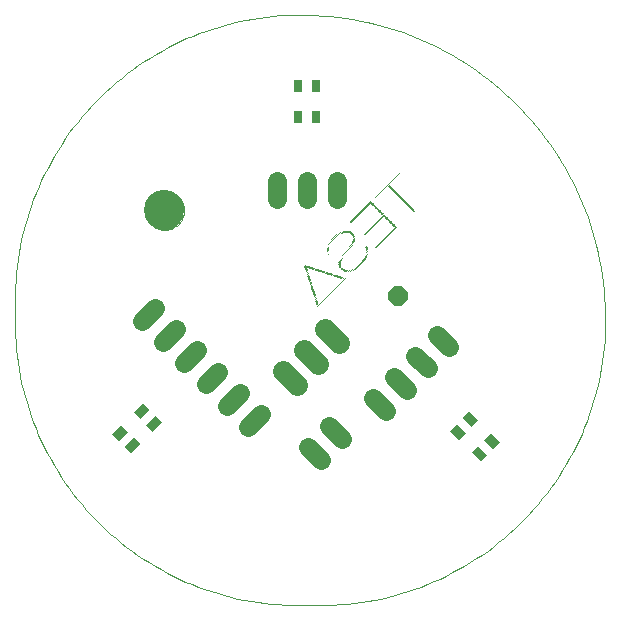
<source format=gbs>
G75*
%MOIN*%
%OFA0B0*%
%FSLAX24Y24*%
%IPPOS*%
%LPD*%
%AMOC8*
5,1,8,0,0,1.08239X$1,22.5*
%
%ADD10C,0.0000*%
%ADD11R,0.0290X0.0010*%
%ADD12R,0.0050X0.0010*%
%ADD13R,0.0900X0.0010*%
%ADD14R,0.0410X0.0010*%
%ADD15R,0.1310X0.0010*%
%ADD16R,0.0060X0.0010*%
%ADD17R,0.0950X0.0010*%
%ADD18R,0.0500X0.0010*%
%ADD19R,0.1330X0.0010*%
%ADD20R,0.0070X0.0010*%
%ADD21R,0.0970X0.0010*%
%ADD22R,0.0570X0.0010*%
%ADD23R,0.1350X0.0010*%
%ADD24R,0.0980X0.0010*%
%ADD25R,0.0630X0.0010*%
%ADD26R,0.0330X0.0010*%
%ADD27R,0.0040X0.0010*%
%ADD28R,0.0990X0.0010*%
%ADD29R,0.0250X0.0010*%
%ADD30R,0.0230X0.0010*%
%ADD31R,0.0210X0.0010*%
%ADD32R,0.0200X0.0010*%
%ADD33R,0.0190X0.0010*%
%ADD34R,0.0170X0.0010*%
%ADD35R,0.0080X0.0010*%
%ADD36R,0.0160X0.0010*%
%ADD37R,0.0150X0.0010*%
%ADD38R,0.0140X0.0010*%
%ADD39R,0.0130X0.0010*%
%ADD40R,0.0120X0.0010*%
%ADD41R,0.0110X0.0010*%
%ADD42R,0.0100X0.0010*%
%ADD43R,0.0090X0.0010*%
%ADD44R,0.0020X0.0010*%
%ADD45R,0.0180X0.0010*%
%ADD46R,0.0280X0.0010*%
%ADD47R,0.0940X0.0010*%
%ADD48R,0.0340X0.0010*%
%ADD49R,0.0440X0.0010*%
%ADD50R,0.0530X0.0010*%
%ADD51R,0.0540X0.0010*%
%ADD52R,0.0930X0.0010*%
%ADD53R,0.0450X0.0010*%
%ADD54R,0.0220X0.0010*%
%ADD55R,0.0010X0.0010*%
%ADD56R,0.1150X0.0010*%
%ADD57R,0.1170X0.0010*%
%ADD58R,0.0650X0.0010*%
%ADD59R,0.0610X0.0010*%
%ADD60R,0.1180X0.0010*%
%ADD61R,0.0550X0.0010*%
%ADD62R,0.0480X0.0010*%
%ADD63R,0.0400X0.0010*%
%ADD64C,0.0640*%
%ADD65OC8,0.0640*%
%ADD66C,0.0700*%
%ADD67C,0.1340*%
%ADD68R,0.0315X0.0433*%
D10*
X000100Y009565D02*
X000100Y010260D01*
X004439Y013261D02*
X004441Y013311D01*
X004447Y013361D01*
X004457Y013411D01*
X004470Y013459D01*
X004487Y013507D01*
X004508Y013553D01*
X004532Y013597D01*
X004560Y013639D01*
X004591Y013679D01*
X004625Y013716D01*
X004662Y013751D01*
X004701Y013782D01*
X004742Y013811D01*
X004786Y013836D01*
X004832Y013858D01*
X004879Y013876D01*
X004927Y013890D01*
X004976Y013901D01*
X005026Y013908D01*
X005076Y013911D01*
X005127Y013910D01*
X005177Y013905D01*
X005227Y013896D01*
X005275Y013884D01*
X005323Y013867D01*
X005369Y013847D01*
X005414Y013824D01*
X005457Y013797D01*
X005497Y013767D01*
X005535Y013734D01*
X005570Y013698D01*
X005603Y013659D01*
X005632Y013618D01*
X005658Y013575D01*
X005681Y013530D01*
X005700Y013483D01*
X005715Y013435D01*
X005727Y013386D01*
X005735Y013336D01*
X005739Y013286D01*
X005739Y013236D01*
X005735Y013186D01*
X005727Y013136D01*
X005715Y013087D01*
X005700Y013039D01*
X005681Y012992D01*
X005658Y012947D01*
X005632Y012904D01*
X005603Y012863D01*
X005570Y012824D01*
X005535Y012788D01*
X005497Y012755D01*
X005457Y012725D01*
X005414Y012698D01*
X005369Y012675D01*
X005323Y012655D01*
X005275Y012638D01*
X005227Y012626D01*
X005177Y012617D01*
X005127Y012612D01*
X005076Y012611D01*
X005026Y012614D01*
X004976Y012621D01*
X004927Y012632D01*
X004879Y012646D01*
X004832Y012664D01*
X004786Y012686D01*
X004742Y012711D01*
X004701Y012740D01*
X004662Y012771D01*
X004625Y012806D01*
X004591Y012843D01*
X004560Y012883D01*
X004532Y012925D01*
X004508Y012969D01*
X004487Y013015D01*
X004470Y013063D01*
X004457Y013111D01*
X004447Y013161D01*
X004441Y013211D01*
X004439Y013261D01*
X000100Y010260D02*
X000103Y010490D01*
X000111Y010720D01*
X000125Y010950D01*
X000144Y011179D01*
X000169Y011408D01*
X000200Y011636D01*
X000236Y011864D01*
X000277Y012090D01*
X000324Y012315D01*
X000377Y012539D01*
X000435Y012762D01*
X000498Y012984D01*
X000566Y013203D01*
X000640Y013421D01*
X000719Y013638D01*
X000803Y013852D01*
X000893Y014064D01*
X000987Y014274D01*
X001087Y014481D01*
X001191Y014686D01*
X001300Y014889D01*
X001415Y015089D01*
X001534Y015286D01*
X001658Y015480D01*
X001786Y015671D01*
X001919Y015859D01*
X002057Y016043D01*
X002199Y016224D01*
X002345Y016402D01*
X002495Y016576D01*
X002650Y016747D01*
X002809Y016913D01*
X002972Y017076D01*
X003138Y017235D01*
X003309Y017390D01*
X003483Y017540D01*
X003661Y017686D01*
X003842Y017828D01*
X004026Y017966D01*
X004214Y018099D01*
X004405Y018227D01*
X004599Y018351D01*
X004796Y018470D01*
X004996Y018585D01*
X005199Y018694D01*
X005404Y018798D01*
X005611Y018898D01*
X005821Y018992D01*
X006033Y019082D01*
X006247Y019166D01*
X006464Y019245D01*
X006682Y019319D01*
X006901Y019387D01*
X007123Y019450D01*
X007346Y019508D01*
X007570Y019561D01*
X007795Y019608D01*
X008021Y019649D01*
X008249Y019685D01*
X008477Y019716D01*
X008706Y019741D01*
X008935Y019760D01*
X009165Y019774D01*
X009395Y019782D01*
X009625Y019785D01*
X009874Y019782D01*
X010124Y019773D01*
X010372Y019757D01*
X010621Y019736D01*
X010869Y019709D01*
X011116Y019675D01*
X011362Y019635D01*
X011607Y019590D01*
X011851Y019538D01*
X012094Y019481D01*
X012335Y019417D01*
X012574Y019348D01*
X012812Y019272D01*
X013048Y019191D01*
X013282Y019104D01*
X013513Y019012D01*
X013742Y018913D01*
X013969Y018810D01*
X014193Y018700D01*
X014414Y018585D01*
X014633Y018465D01*
X014848Y018340D01*
X015061Y018209D01*
X015270Y018073D01*
X015475Y017932D01*
X015677Y017786D01*
X015876Y017635D01*
X016070Y017479D01*
X016261Y017318D01*
X016448Y017153D01*
X016631Y016983D01*
X016809Y016809D01*
X016983Y016631D01*
X017153Y016448D01*
X017318Y016261D01*
X017479Y016070D01*
X017635Y015876D01*
X017786Y015677D01*
X017932Y015475D01*
X018073Y015270D01*
X018209Y015061D01*
X018340Y014848D01*
X018465Y014633D01*
X018585Y014414D01*
X018700Y014193D01*
X018810Y013969D01*
X018913Y013742D01*
X019012Y013513D01*
X019104Y013282D01*
X019191Y013048D01*
X019272Y012812D01*
X019348Y012574D01*
X019417Y012335D01*
X019481Y012094D01*
X019538Y011851D01*
X019590Y011607D01*
X019635Y011362D01*
X019675Y011116D01*
X019709Y010869D01*
X019736Y010621D01*
X019757Y010372D01*
X019773Y010124D01*
X019782Y009874D01*
X019785Y009625D01*
X019782Y009395D01*
X019774Y009165D01*
X019760Y008935D01*
X019741Y008706D01*
X019716Y008477D01*
X019685Y008249D01*
X019649Y008021D01*
X019608Y007795D01*
X019561Y007570D01*
X019508Y007346D01*
X019450Y007123D01*
X019387Y006901D01*
X019319Y006682D01*
X019245Y006464D01*
X019166Y006247D01*
X019082Y006033D01*
X018992Y005821D01*
X018898Y005611D01*
X018798Y005404D01*
X018694Y005199D01*
X018585Y004996D01*
X018470Y004796D01*
X018351Y004599D01*
X018227Y004405D01*
X018099Y004214D01*
X017966Y004026D01*
X017828Y003842D01*
X017686Y003661D01*
X017540Y003483D01*
X017390Y003309D01*
X017235Y003138D01*
X017076Y002972D01*
X016913Y002809D01*
X016747Y002650D01*
X016576Y002495D01*
X016402Y002345D01*
X016224Y002199D01*
X016043Y002057D01*
X015859Y001919D01*
X015671Y001786D01*
X015480Y001658D01*
X015286Y001534D01*
X015089Y001415D01*
X014889Y001300D01*
X014686Y001191D01*
X014481Y001087D01*
X014274Y000987D01*
X014064Y000893D01*
X013852Y000803D01*
X013638Y000719D01*
X013421Y000640D01*
X013203Y000566D01*
X012984Y000498D01*
X012762Y000435D01*
X012539Y000377D01*
X012315Y000324D01*
X012090Y000277D01*
X011864Y000236D01*
X011636Y000200D01*
X011408Y000169D01*
X011179Y000144D01*
X010950Y000125D01*
X010720Y000111D01*
X010490Y000103D01*
X010260Y000100D01*
X009565Y000100D01*
X009336Y000103D01*
X009108Y000111D01*
X008879Y000125D01*
X008651Y000144D01*
X008424Y000169D01*
X008197Y000199D01*
X007972Y000235D01*
X007747Y000276D01*
X007523Y000323D01*
X007300Y000375D01*
X007078Y000432D01*
X006859Y000495D01*
X006640Y000563D01*
X006423Y000637D01*
X006209Y000715D01*
X005996Y000799D01*
X005785Y000888D01*
X005576Y000981D01*
X005370Y001080D01*
X005166Y001184D01*
X004965Y001293D01*
X004767Y001406D01*
X004571Y001525D01*
X004378Y001648D01*
X004188Y001775D01*
X004002Y001908D01*
X003818Y002044D01*
X003638Y002185D01*
X003462Y002331D01*
X003289Y002480D01*
X003119Y002634D01*
X002954Y002792D01*
X002792Y002954D01*
X002634Y003119D01*
X002480Y003289D01*
X002331Y003462D01*
X002185Y003638D01*
X002044Y003818D01*
X001908Y004002D01*
X001775Y004188D01*
X001648Y004378D01*
X001525Y004571D01*
X001406Y004767D01*
X001293Y004965D01*
X001184Y005166D01*
X001080Y005370D01*
X000981Y005576D01*
X000888Y005785D01*
X000799Y005996D01*
X000715Y006209D01*
X000637Y006423D01*
X000563Y006640D01*
X000495Y006859D01*
X000432Y007078D01*
X000375Y007300D01*
X000323Y007523D01*
X000276Y007747D01*
X000235Y007972D01*
X000199Y008197D01*
X000169Y008424D01*
X000144Y008651D01*
X000125Y008879D01*
X000111Y009108D01*
X000103Y009336D01*
X000100Y009565D01*
D11*
G36*
X010623Y012270D02*
X010827Y012474D01*
X010835Y012466D01*
X010631Y012262D01*
X010623Y012270D01*
G37*
G36*
X011358Y011251D02*
X011562Y011455D01*
X011570Y011447D01*
X011366Y011243D01*
X011358Y011251D01*
G37*
G36*
X011528Y011350D02*
X011732Y011554D01*
X011740Y011546D01*
X011536Y011342D01*
X011528Y011350D01*
G37*
D12*
G36*
X011783Y012042D02*
X011818Y012077D01*
X011825Y012070D01*
X011790Y012035D01*
X011783Y012042D01*
G37*
G36*
X010545Y011795D02*
X010580Y011830D01*
X010587Y011823D01*
X010552Y011788D01*
X010545Y011795D01*
G37*
G36*
X013388Y013223D02*
X013423Y013258D01*
X013430Y013251D01*
X013395Y013216D01*
X013388Y013223D01*
G37*
D13*
G36*
X012179Y012015D02*
X012814Y012650D01*
X012821Y012643D01*
X012186Y012008D01*
X012179Y012015D01*
G37*
D14*
G36*
X011479Y011314D02*
X011768Y011603D01*
X011775Y011596D01*
X011486Y011307D01*
X011479Y011314D01*
G37*
D15*
G36*
X010214Y010049D02*
X011139Y010974D01*
X011146Y010967D01*
X010221Y010042D01*
X010214Y010049D01*
G37*
D16*
G36*
X009740Y011400D02*
X009781Y011441D01*
X009788Y011434D01*
X009747Y011393D01*
X009740Y011400D01*
G37*
G36*
X010532Y011810D02*
X010573Y011851D01*
X010580Y011844D01*
X010539Y011803D01*
X010532Y011810D01*
G37*
G36*
X010539Y011803D02*
X010580Y011844D01*
X010587Y011837D01*
X010546Y011796D01*
X010539Y011803D01*
G37*
G36*
X010949Y011336D02*
X010990Y011377D01*
X010997Y011370D01*
X010956Y011329D01*
X010949Y011336D01*
G37*
G36*
X011783Y012029D02*
X011824Y012070D01*
X011831Y012063D01*
X011790Y012022D01*
X011783Y012029D01*
G37*
G36*
X011953Y013500D02*
X011994Y013541D01*
X012001Y013534D01*
X011960Y013493D01*
X011953Y013500D01*
G37*
G36*
X013374Y013224D02*
X013415Y013265D01*
X013422Y013258D01*
X013381Y013217D01*
X013374Y013224D01*
G37*
D17*
G36*
X012158Y012007D02*
X012829Y012678D01*
X012836Y012671D01*
X012165Y012000D01*
X012158Y012007D01*
G37*
G36*
X011748Y012460D02*
X012419Y013131D01*
X012426Y013124D01*
X011755Y012453D01*
X011748Y012460D01*
G37*
G36*
X011741Y012467D02*
X012412Y013138D01*
X012419Y013131D01*
X011748Y012460D01*
X011741Y012467D01*
G37*
G36*
X011734Y012474D02*
X012405Y013145D01*
X012412Y013138D01*
X011741Y012467D01*
X011734Y012474D01*
G37*
G36*
X011267Y012898D02*
X011938Y013569D01*
X011945Y013562D01*
X011274Y012891D01*
X011267Y012898D01*
G37*
D18*
G36*
X011026Y011795D02*
X011379Y012148D01*
X011386Y012141D01*
X011033Y011788D01*
X011026Y011795D01*
G37*
G36*
X010942Y011668D02*
X011295Y012021D01*
X011302Y012014D01*
X010949Y011661D01*
X010942Y011668D01*
G37*
G36*
X011444Y011293D02*
X011797Y011646D01*
X011804Y011639D01*
X011451Y011286D01*
X011444Y011293D01*
G37*
D19*
G36*
X010200Y010049D02*
X011139Y010988D01*
X011146Y010981D01*
X010207Y010042D01*
X010200Y010049D01*
G37*
G36*
X010171Y010077D02*
X011110Y011016D01*
X011117Y011009D01*
X010178Y010070D01*
X010171Y010077D01*
G37*
G36*
X010164Y010084D02*
X011103Y011023D01*
X011110Y011016D01*
X010171Y010077D01*
X010164Y010084D01*
G37*
D20*
G36*
X010079Y010367D02*
X010128Y010416D01*
X010135Y010409D01*
X010086Y010360D01*
X010079Y010367D01*
G37*
G36*
X009937Y010805D02*
X009986Y010854D01*
X009993Y010847D01*
X009944Y010798D01*
X009937Y010805D01*
G37*
G36*
X009923Y011328D02*
X009972Y011377D01*
X009979Y011370D01*
X009930Y011321D01*
X009923Y011328D01*
G37*
G36*
X009747Y011392D02*
X009796Y011441D01*
X009803Y011434D01*
X009754Y011385D01*
X009747Y011392D01*
G37*
G36*
X010510Y011845D02*
X010559Y011894D01*
X010566Y011887D01*
X010517Y011838D01*
X010510Y011845D01*
G37*
G36*
X010517Y011823D02*
X010566Y011872D01*
X010573Y011865D01*
X010524Y011816D01*
X010517Y011823D01*
G37*
G36*
X010524Y011816D02*
X010573Y011865D01*
X010580Y011858D01*
X010531Y011809D01*
X010524Y011816D01*
G37*
G36*
X010517Y011837D02*
X010566Y011886D01*
X010573Y011879D01*
X010524Y011830D01*
X010517Y011837D01*
G37*
G36*
X010503Y011866D02*
X010552Y011915D01*
X010559Y011908D01*
X010510Y011859D01*
X010503Y011866D01*
G37*
G36*
X010503Y011880D02*
X010552Y011929D01*
X010559Y011922D01*
X010510Y011873D01*
X010503Y011880D01*
G37*
G36*
X010694Y012354D02*
X010743Y012403D01*
X010750Y012396D01*
X010701Y012347D01*
X010694Y012354D01*
G37*
G36*
X011253Y012502D02*
X011302Y012551D01*
X011309Y012544D01*
X011260Y012495D01*
X011253Y012502D01*
G37*
G36*
X011260Y012495D02*
X011309Y012544D01*
X011316Y012537D01*
X011267Y012488D01*
X011260Y012495D01*
G37*
G36*
X011281Y012488D02*
X011330Y012537D01*
X011337Y012530D01*
X011288Y012481D01*
X011281Y012488D01*
G37*
G36*
X011288Y012481D02*
X011337Y012530D01*
X011344Y012523D01*
X011295Y012474D01*
X011288Y012481D01*
G37*
G36*
X011295Y012474D02*
X011344Y012523D01*
X011351Y012516D01*
X011302Y012467D01*
X011295Y012474D01*
G37*
G36*
X011302Y012467D02*
X011351Y012516D01*
X011358Y012509D01*
X011309Y012460D01*
X011302Y012467D01*
G37*
G36*
X011309Y012460D02*
X011358Y012509D01*
X011365Y012502D01*
X011316Y012453D01*
X011309Y012460D01*
G37*
G36*
X011316Y012453D02*
X011365Y012502D01*
X011372Y012495D01*
X011323Y012446D01*
X011316Y012453D01*
G37*
G36*
X011323Y012446D02*
X011372Y012495D01*
X011379Y012488D01*
X011330Y012439D01*
X011323Y012446D01*
G37*
G36*
X011330Y012424D02*
X011379Y012473D01*
X011386Y012466D01*
X011337Y012417D01*
X011330Y012424D01*
G37*
G36*
X011338Y012417D02*
X011387Y012466D01*
X011394Y012459D01*
X011345Y012410D01*
X011338Y012417D01*
G37*
G36*
X011345Y012410D02*
X011394Y012459D01*
X011401Y012452D01*
X011352Y012403D01*
X011345Y012410D01*
G37*
G36*
X011352Y012403D02*
X011401Y012452D01*
X011408Y012445D01*
X011359Y012396D01*
X011352Y012403D01*
G37*
G36*
X011359Y012382D02*
X011408Y012431D01*
X011415Y012424D01*
X011366Y012375D01*
X011359Y012382D01*
G37*
G36*
X011330Y012439D02*
X011379Y012488D01*
X011386Y012481D01*
X011337Y012432D01*
X011330Y012439D01*
G37*
G36*
X011790Y012021D02*
X011839Y012070D01*
X011846Y012063D01*
X011797Y012014D01*
X011790Y012021D01*
G37*
G36*
X011790Y012007D02*
X011839Y012056D01*
X011846Y012049D01*
X011797Y012000D01*
X011790Y012007D01*
G37*
G36*
X011797Y012000D02*
X011846Y012049D01*
X011853Y012042D01*
X011804Y011993D01*
X011797Y012000D01*
G37*
G36*
X011804Y011979D02*
X011853Y012028D01*
X011860Y012021D01*
X011811Y011972D01*
X011804Y011979D01*
G37*
G36*
X011804Y011993D02*
X011853Y012042D01*
X011860Y012035D01*
X011811Y011986D01*
X011804Y011993D01*
G37*
G36*
X011076Y011236D02*
X011125Y011285D01*
X011132Y011278D01*
X011083Y011229D01*
X011076Y011236D01*
G37*
G36*
X011055Y011244D02*
X011104Y011293D01*
X011111Y011286D01*
X011062Y011237D01*
X011055Y011244D01*
G37*
G36*
X011048Y011251D02*
X011097Y011300D01*
X011104Y011293D01*
X011055Y011244D01*
X011048Y011251D01*
G37*
G36*
X011026Y011258D02*
X011075Y011307D01*
X011082Y011300D01*
X011033Y011251D01*
X011026Y011258D01*
G37*
G36*
X010998Y011272D02*
X011047Y011321D01*
X011054Y011314D01*
X011005Y011265D01*
X010998Y011272D01*
G37*
G36*
X010991Y011279D02*
X011040Y011328D01*
X011047Y011321D01*
X010998Y011272D01*
X010991Y011279D01*
G37*
G36*
X010984Y011286D02*
X011033Y011335D01*
X011040Y011328D01*
X010991Y011279D01*
X010984Y011286D01*
G37*
G36*
X010977Y011293D02*
X011026Y011342D01*
X011033Y011335D01*
X010984Y011286D01*
X010977Y011293D01*
G37*
G36*
X010970Y011300D02*
X011019Y011349D01*
X011026Y011342D01*
X010977Y011293D01*
X010970Y011300D01*
G37*
G36*
X010963Y011307D02*
X011012Y011356D01*
X011019Y011349D01*
X010970Y011300D01*
X010963Y011307D01*
G37*
G36*
X010956Y011314D02*
X011005Y011363D01*
X011012Y011356D01*
X010963Y011307D01*
X010956Y011314D01*
G37*
G36*
X010949Y011321D02*
X010998Y011370D01*
X011005Y011363D01*
X010956Y011314D01*
X010949Y011321D01*
G37*
G36*
X010934Y011350D02*
X010983Y011399D01*
X010990Y011392D01*
X010941Y011343D01*
X010934Y011350D01*
G37*
G36*
X010927Y011357D02*
X010976Y011406D01*
X010983Y011399D01*
X010934Y011350D01*
X010927Y011357D01*
G37*
G36*
X010920Y011364D02*
X010969Y011413D01*
X010976Y011406D01*
X010927Y011357D01*
X010920Y011364D01*
G37*
G36*
X010913Y011385D02*
X010962Y011434D01*
X010969Y011427D01*
X010920Y011378D01*
X010913Y011385D01*
G37*
G36*
X011012Y011272D02*
X011061Y011321D01*
X011068Y011314D01*
X011019Y011265D01*
X011012Y011272D01*
G37*
G36*
X011019Y011265D02*
X011068Y011314D01*
X011075Y011307D01*
X011026Y011258D01*
X011019Y011265D01*
G37*
G36*
X012596Y012856D02*
X012645Y012905D01*
X012652Y012898D01*
X012603Y012849D01*
X012596Y012856D01*
G37*
G36*
X012589Y012863D02*
X012638Y012912D01*
X012645Y012905D01*
X012596Y012856D01*
X012589Y012863D01*
G37*
G36*
X012582Y012870D02*
X012631Y012919D01*
X012638Y012912D01*
X012589Y012863D01*
X012582Y012870D01*
G37*
G36*
X012575Y012877D02*
X012624Y012926D01*
X012631Y012919D01*
X012582Y012870D01*
X012575Y012877D01*
G37*
G36*
X012568Y012884D02*
X012617Y012933D01*
X012624Y012926D01*
X012575Y012877D01*
X012568Y012884D01*
G37*
G36*
X012561Y012891D02*
X012610Y012940D01*
X012617Y012933D01*
X012568Y012884D01*
X012561Y012891D01*
G37*
G36*
X012554Y012898D02*
X012603Y012947D01*
X012610Y012940D01*
X012561Y012891D01*
X012554Y012898D01*
G37*
G36*
X012547Y012905D02*
X012596Y012954D01*
X012603Y012947D01*
X012554Y012898D01*
X012547Y012905D01*
G37*
G36*
X012540Y012912D02*
X012589Y012961D01*
X012596Y012954D01*
X012547Y012905D01*
X012540Y012912D01*
G37*
G36*
X012533Y012919D02*
X012582Y012968D01*
X012589Y012961D01*
X012540Y012912D01*
X012533Y012919D01*
G37*
G36*
X012525Y012926D02*
X012574Y012975D01*
X012581Y012968D01*
X012532Y012919D01*
X012525Y012926D01*
G37*
G36*
X012518Y012934D02*
X012567Y012983D01*
X012574Y012976D01*
X012525Y012927D01*
X012518Y012934D01*
G37*
G36*
X012511Y012941D02*
X012560Y012990D01*
X012567Y012983D01*
X012518Y012934D01*
X012511Y012941D01*
G37*
G36*
X012504Y012948D02*
X012553Y012997D01*
X012560Y012990D01*
X012511Y012941D01*
X012504Y012948D01*
G37*
G36*
X012497Y012955D02*
X012546Y013004D01*
X012553Y012997D01*
X012504Y012948D01*
X012497Y012955D01*
G37*
G36*
X012490Y012962D02*
X012539Y013011D01*
X012546Y013004D01*
X012497Y012955D01*
X012490Y012962D01*
G37*
G36*
X012483Y012969D02*
X012532Y013018D01*
X012539Y013011D01*
X012490Y012962D01*
X012483Y012969D01*
G37*
G36*
X012476Y012976D02*
X012525Y013025D01*
X012532Y013018D01*
X012483Y012969D01*
X012476Y012976D01*
G37*
G36*
X012469Y012983D02*
X012518Y013032D01*
X012525Y013025D01*
X012476Y012976D01*
X012469Y012983D01*
G37*
G36*
X012462Y012990D02*
X012511Y013039D01*
X012518Y013032D01*
X012469Y012983D01*
X012462Y012990D01*
G37*
G36*
X012455Y012997D02*
X012504Y013046D01*
X012511Y013039D01*
X012462Y012990D01*
X012455Y012997D01*
G37*
G36*
X012448Y013004D02*
X012497Y013053D01*
X012504Y013046D01*
X012455Y012997D01*
X012448Y013004D01*
G37*
G36*
X012441Y013011D02*
X012490Y013060D01*
X012497Y013053D01*
X012448Y013004D01*
X012441Y013011D01*
G37*
G36*
X012434Y013018D02*
X012483Y013067D01*
X012490Y013060D01*
X012441Y013011D01*
X012434Y013018D01*
G37*
G36*
X012426Y013025D02*
X012475Y013074D01*
X012482Y013067D01*
X012433Y013018D01*
X012426Y013025D01*
G37*
G36*
X012419Y013033D02*
X012468Y013082D01*
X012475Y013075D01*
X012426Y013026D01*
X012419Y013033D01*
G37*
G36*
X012412Y013040D02*
X012461Y013089D01*
X012468Y013082D01*
X012419Y013033D01*
X012412Y013040D01*
G37*
G36*
X012405Y013047D02*
X012454Y013096D01*
X012461Y013089D01*
X012412Y013040D01*
X012405Y013047D01*
G37*
G36*
X012398Y013054D02*
X012447Y013103D01*
X012454Y013096D01*
X012405Y013047D01*
X012398Y013054D01*
G37*
G36*
X012391Y013061D02*
X012440Y013110D01*
X012447Y013103D01*
X012398Y013054D01*
X012391Y013061D01*
G37*
G36*
X012384Y013068D02*
X012433Y013117D01*
X012440Y013110D01*
X012391Y013061D01*
X012384Y013068D01*
G37*
G36*
X012335Y013117D02*
X012384Y013166D01*
X012391Y013159D01*
X012342Y013110D01*
X012335Y013117D01*
G37*
G36*
X012327Y013124D02*
X012376Y013173D01*
X012383Y013166D01*
X012334Y013117D01*
X012327Y013124D01*
G37*
G36*
X012320Y013131D02*
X012369Y013180D01*
X012376Y013173D01*
X012327Y013124D01*
X012320Y013131D01*
G37*
G36*
X012313Y013139D02*
X012362Y013188D01*
X012369Y013181D01*
X012320Y013132D01*
X012313Y013139D01*
G37*
G36*
X012306Y013146D02*
X012355Y013195D01*
X012362Y013188D01*
X012313Y013139D01*
X012306Y013146D01*
G37*
G36*
X012299Y013153D02*
X012348Y013202D01*
X012355Y013195D01*
X012306Y013146D01*
X012299Y013153D01*
G37*
G36*
X012292Y013160D02*
X012341Y013209D01*
X012348Y013202D01*
X012299Y013153D01*
X012292Y013160D01*
G37*
G36*
X012285Y013167D02*
X012334Y013216D01*
X012341Y013209D01*
X012292Y013160D01*
X012285Y013167D01*
G37*
G36*
X012278Y013174D02*
X012327Y013223D01*
X012334Y013216D01*
X012285Y013167D01*
X012278Y013174D01*
G37*
G36*
X012271Y013181D02*
X012320Y013230D01*
X012327Y013223D01*
X012278Y013174D01*
X012271Y013181D01*
G37*
G36*
X012264Y013188D02*
X012313Y013237D01*
X012320Y013230D01*
X012271Y013181D01*
X012264Y013188D01*
G37*
G36*
X012257Y013195D02*
X012306Y013244D01*
X012313Y013237D01*
X012264Y013188D01*
X012257Y013195D01*
G37*
G36*
X012250Y013202D02*
X012299Y013251D01*
X012306Y013244D01*
X012257Y013195D01*
X012250Y013202D01*
G37*
G36*
X012243Y013209D02*
X012292Y013258D01*
X012299Y013251D01*
X012250Y013202D01*
X012243Y013209D01*
G37*
G36*
X012236Y013216D02*
X012285Y013265D01*
X012292Y013258D01*
X012243Y013209D01*
X012236Y013216D01*
G37*
G36*
X012228Y013223D02*
X012277Y013272D01*
X012284Y013265D01*
X012235Y013216D01*
X012228Y013223D01*
G37*
G36*
X012221Y013230D02*
X012270Y013279D01*
X012277Y013272D01*
X012228Y013223D01*
X012221Y013230D01*
G37*
G36*
X012214Y013238D02*
X012263Y013287D01*
X012270Y013280D01*
X012221Y013231D01*
X012214Y013238D01*
G37*
G36*
X012207Y013245D02*
X012256Y013294D01*
X012263Y013287D01*
X012214Y013238D01*
X012207Y013245D01*
G37*
G36*
X012200Y013252D02*
X012249Y013301D01*
X012256Y013294D01*
X012207Y013245D01*
X012200Y013252D01*
G37*
G36*
X012193Y013259D02*
X012242Y013308D01*
X012249Y013301D01*
X012200Y013252D01*
X012193Y013259D01*
G37*
G36*
X012186Y013266D02*
X012235Y013315D01*
X012242Y013308D01*
X012193Y013259D01*
X012186Y013266D01*
G37*
G36*
X012179Y013273D02*
X012228Y013322D01*
X012235Y013315D01*
X012186Y013266D01*
X012179Y013273D01*
G37*
G36*
X012172Y013280D02*
X012221Y013329D01*
X012228Y013322D01*
X012179Y013273D01*
X012172Y013280D01*
G37*
G36*
X012165Y013287D02*
X012214Y013336D01*
X012221Y013329D01*
X012172Y013280D01*
X012165Y013287D01*
G37*
G36*
X012158Y013294D02*
X012207Y013343D01*
X012214Y013336D01*
X012165Y013287D01*
X012158Y013294D01*
G37*
G36*
X012151Y013301D02*
X012200Y013350D01*
X012207Y013343D01*
X012158Y013294D01*
X012151Y013301D01*
G37*
G36*
X012144Y013308D02*
X012193Y013357D01*
X012200Y013350D01*
X012151Y013301D01*
X012144Y013308D01*
G37*
G36*
X012137Y013315D02*
X012186Y013364D01*
X012193Y013357D01*
X012144Y013308D01*
X012137Y013315D01*
G37*
G36*
X012129Y013322D02*
X012178Y013371D01*
X012185Y013364D01*
X012136Y013315D01*
X012129Y013322D01*
G37*
G36*
X012122Y013329D02*
X012171Y013378D01*
X012178Y013371D01*
X012129Y013322D01*
X012122Y013329D01*
G37*
G36*
X012115Y013337D02*
X012164Y013386D01*
X012171Y013379D01*
X012122Y013330D01*
X012115Y013337D01*
G37*
G36*
X012108Y013344D02*
X012157Y013393D01*
X012164Y013386D01*
X012115Y013337D01*
X012108Y013344D01*
G37*
G36*
X012101Y013351D02*
X012150Y013400D01*
X012157Y013393D01*
X012108Y013344D01*
X012101Y013351D01*
G37*
G36*
X012094Y013358D02*
X012143Y013407D01*
X012150Y013400D01*
X012101Y013351D01*
X012094Y013358D01*
G37*
G36*
X012087Y013365D02*
X012136Y013414D01*
X012143Y013407D01*
X012094Y013358D01*
X012087Y013365D01*
G37*
G36*
X012080Y013372D02*
X012129Y013421D01*
X012136Y013414D01*
X012087Y013365D01*
X012080Y013372D01*
G37*
G36*
X012073Y013379D02*
X012122Y013428D01*
X012129Y013421D01*
X012080Y013372D01*
X012073Y013379D01*
G37*
G36*
X012066Y013386D02*
X012115Y013435D01*
X012122Y013428D01*
X012073Y013379D01*
X012066Y013386D01*
G37*
G36*
X012059Y013393D02*
X012108Y013442D01*
X012115Y013435D01*
X012066Y013386D01*
X012059Y013393D01*
G37*
G36*
X012052Y013400D02*
X012101Y013449D01*
X012108Y013442D01*
X012059Y013393D01*
X012052Y013400D01*
G37*
G36*
X012045Y013407D02*
X012094Y013456D01*
X012101Y013449D01*
X012052Y013400D01*
X012045Y013407D01*
G37*
G36*
X012038Y013414D02*
X012087Y013463D01*
X012094Y013456D01*
X012045Y013407D01*
X012038Y013414D01*
G37*
G36*
X012030Y013421D02*
X012079Y013470D01*
X012086Y013463D01*
X012037Y013414D01*
X012030Y013421D01*
G37*
G36*
X012023Y013428D02*
X012072Y013477D01*
X012079Y013470D01*
X012030Y013421D01*
X012023Y013428D01*
G37*
G36*
X012016Y013436D02*
X012065Y013485D01*
X012072Y013478D01*
X012023Y013429D01*
X012016Y013436D01*
G37*
G36*
X012009Y013443D02*
X012058Y013492D01*
X012065Y013485D01*
X012016Y013436D01*
X012009Y013443D01*
G37*
G36*
X012002Y013450D02*
X012051Y013499D01*
X012058Y013492D01*
X012009Y013443D01*
X012002Y013450D01*
G37*
G36*
X011995Y013457D02*
X012044Y013506D01*
X012051Y013499D01*
X012002Y013450D01*
X011995Y013457D01*
G37*
G36*
X011988Y013464D02*
X012037Y013513D01*
X012044Y013506D01*
X011995Y013457D01*
X011988Y013464D01*
G37*
G36*
X011981Y013471D02*
X012030Y013520D01*
X012037Y013513D01*
X011988Y013464D01*
X011981Y013471D01*
G37*
G36*
X011974Y013478D02*
X012023Y013527D01*
X012030Y013520D01*
X011981Y013471D01*
X011974Y013478D01*
G37*
G36*
X011967Y013485D02*
X012016Y013534D01*
X012023Y013527D01*
X011974Y013478D01*
X011967Y013485D01*
G37*
G36*
X011960Y013492D02*
X012009Y013541D01*
X012016Y013534D01*
X011967Y013485D01*
X011960Y013492D01*
G37*
G36*
X012533Y014065D02*
X012582Y014114D01*
X012589Y014107D01*
X012540Y014058D01*
X012533Y014065D01*
G37*
G36*
X012525Y014072D02*
X012574Y014121D01*
X012581Y014114D01*
X012532Y014065D01*
X012525Y014072D01*
G37*
G36*
X012540Y014058D02*
X012589Y014107D01*
X012596Y014100D01*
X012547Y014051D01*
X012540Y014058D01*
G37*
G36*
X012547Y014051D02*
X012596Y014100D01*
X012603Y014093D01*
X012554Y014044D01*
X012547Y014051D01*
G37*
G36*
X012554Y014044D02*
X012603Y014093D01*
X012610Y014086D01*
X012561Y014037D01*
X012554Y014044D01*
G37*
G36*
X012561Y014037D02*
X012610Y014086D01*
X012617Y014079D01*
X012568Y014030D01*
X012561Y014037D01*
G37*
G36*
X012568Y014030D02*
X012617Y014079D01*
X012624Y014072D01*
X012575Y014023D01*
X012568Y014030D01*
G37*
G36*
X012575Y014022D02*
X012624Y014071D01*
X012631Y014064D01*
X012582Y014015D01*
X012575Y014022D01*
G37*
G36*
X012582Y014015D02*
X012631Y014064D01*
X012638Y014057D01*
X012589Y014008D01*
X012582Y014015D01*
G37*
G36*
X012589Y014008D02*
X012638Y014057D01*
X012645Y014050D01*
X012596Y014001D01*
X012589Y014008D01*
G37*
G36*
X012596Y014001D02*
X012645Y014050D01*
X012652Y014043D01*
X012603Y013994D01*
X012596Y014001D01*
G37*
G36*
X012603Y013994D02*
X012652Y014043D01*
X012659Y014036D01*
X012610Y013987D01*
X012603Y013994D01*
G37*
G36*
X012610Y013987D02*
X012659Y014036D01*
X012666Y014029D01*
X012617Y013980D01*
X012610Y013987D01*
G37*
G36*
X012617Y013980D02*
X012666Y014029D01*
X012673Y014022D01*
X012624Y013973D01*
X012617Y013980D01*
G37*
G36*
X012624Y013973D02*
X012673Y014022D01*
X012680Y014015D01*
X012631Y013966D01*
X012624Y013973D01*
G37*
G36*
X012632Y013966D02*
X012681Y014015D01*
X012688Y014008D01*
X012639Y013959D01*
X012632Y013966D01*
G37*
G36*
X012639Y013959D02*
X012688Y014008D01*
X012695Y014001D01*
X012646Y013952D01*
X012639Y013959D01*
G37*
G36*
X012646Y013952D02*
X012695Y014001D01*
X012702Y013994D01*
X012653Y013945D01*
X012646Y013952D01*
G37*
G36*
X012653Y013945D02*
X012702Y013994D01*
X012709Y013987D01*
X012660Y013938D01*
X012653Y013945D01*
G37*
G36*
X012660Y013938D02*
X012709Y013987D01*
X012716Y013980D01*
X012667Y013931D01*
X012660Y013938D01*
G37*
G36*
X012667Y013931D02*
X012716Y013980D01*
X012723Y013973D01*
X012674Y013924D01*
X012667Y013931D01*
G37*
G36*
X012674Y013923D02*
X012723Y013972D01*
X012730Y013965D01*
X012681Y013916D01*
X012674Y013923D01*
G37*
G36*
X012681Y013916D02*
X012730Y013965D01*
X012737Y013958D01*
X012688Y013909D01*
X012681Y013916D01*
G37*
G36*
X012688Y013909D02*
X012737Y013958D01*
X012744Y013951D01*
X012695Y013902D01*
X012688Y013909D01*
G37*
G36*
X012695Y013902D02*
X012744Y013951D01*
X012751Y013944D01*
X012702Y013895D01*
X012695Y013902D01*
G37*
G36*
X012702Y013895D02*
X012751Y013944D01*
X012758Y013937D01*
X012709Y013888D01*
X012702Y013895D01*
G37*
G36*
X012709Y013888D02*
X012758Y013937D01*
X012765Y013930D01*
X012716Y013881D01*
X012709Y013888D01*
G37*
G36*
X012716Y013881D02*
X012765Y013930D01*
X012772Y013923D01*
X012723Y013874D01*
X012716Y013881D01*
G37*
G36*
X012723Y013874D02*
X012772Y013923D01*
X012779Y013916D01*
X012730Y013867D01*
X012723Y013874D01*
G37*
G36*
X012731Y013867D02*
X012780Y013916D01*
X012787Y013909D01*
X012738Y013860D01*
X012731Y013867D01*
G37*
G36*
X012738Y013860D02*
X012787Y013909D01*
X012794Y013902D01*
X012745Y013853D01*
X012738Y013860D01*
G37*
G36*
X012745Y013853D02*
X012794Y013902D01*
X012801Y013895D01*
X012752Y013846D01*
X012745Y013853D01*
G37*
G36*
X012752Y013846D02*
X012801Y013895D01*
X012808Y013888D01*
X012759Y013839D01*
X012752Y013846D01*
G37*
G36*
X012759Y013839D02*
X012808Y013888D01*
X012815Y013881D01*
X012766Y013832D01*
X012759Y013839D01*
G37*
G36*
X012766Y013832D02*
X012815Y013881D01*
X012822Y013874D01*
X012773Y013825D01*
X012766Y013832D01*
G37*
G36*
X012773Y013824D02*
X012822Y013873D01*
X012829Y013866D01*
X012780Y013817D01*
X012773Y013824D01*
G37*
G36*
X012780Y013817D02*
X012829Y013866D01*
X012836Y013859D01*
X012787Y013810D01*
X012780Y013817D01*
G37*
G36*
X012787Y013810D02*
X012836Y013859D01*
X012843Y013852D01*
X012794Y013803D01*
X012787Y013810D01*
G37*
G36*
X012794Y013803D02*
X012843Y013852D01*
X012850Y013845D01*
X012801Y013796D01*
X012794Y013803D01*
G37*
G36*
X012801Y013796D02*
X012850Y013845D01*
X012857Y013838D01*
X012808Y013789D01*
X012801Y013796D01*
G37*
G36*
X012808Y013789D02*
X012857Y013838D01*
X012864Y013831D01*
X012815Y013782D01*
X012808Y013789D01*
G37*
G36*
X012815Y013782D02*
X012864Y013831D01*
X012871Y013824D01*
X012822Y013775D01*
X012815Y013782D01*
G37*
G36*
X012822Y013775D02*
X012871Y013824D01*
X012878Y013817D01*
X012829Y013768D01*
X012822Y013775D01*
G37*
G36*
X012830Y013768D02*
X012879Y013817D01*
X012886Y013810D01*
X012837Y013761D01*
X012830Y013768D01*
G37*
G36*
X012837Y013761D02*
X012886Y013810D01*
X012893Y013803D01*
X012844Y013754D01*
X012837Y013761D01*
G37*
G36*
X012844Y013754D02*
X012893Y013803D01*
X012900Y013796D01*
X012851Y013747D01*
X012844Y013754D01*
G37*
G36*
X012851Y013747D02*
X012900Y013796D01*
X012907Y013789D01*
X012858Y013740D01*
X012851Y013747D01*
G37*
G36*
X012858Y013740D02*
X012907Y013789D01*
X012914Y013782D01*
X012865Y013733D01*
X012858Y013740D01*
G37*
G36*
X012865Y013733D02*
X012914Y013782D01*
X012921Y013775D01*
X012872Y013726D01*
X012865Y013733D01*
G37*
G36*
X012872Y013725D02*
X012921Y013774D01*
X012928Y013767D01*
X012879Y013718D01*
X012872Y013725D01*
G37*
G36*
X012879Y013718D02*
X012928Y013767D01*
X012935Y013760D01*
X012886Y013711D01*
X012879Y013718D01*
G37*
G36*
X012886Y013711D02*
X012935Y013760D01*
X012942Y013753D01*
X012893Y013704D01*
X012886Y013711D01*
G37*
G36*
X012893Y013704D02*
X012942Y013753D01*
X012949Y013746D01*
X012900Y013697D01*
X012893Y013704D01*
G37*
G36*
X012900Y013697D02*
X012949Y013746D01*
X012956Y013739D01*
X012907Y013690D01*
X012900Y013697D01*
G37*
G36*
X012907Y013690D02*
X012956Y013739D01*
X012963Y013732D01*
X012914Y013683D01*
X012907Y013690D01*
G37*
G36*
X012914Y013683D02*
X012963Y013732D01*
X012970Y013725D01*
X012921Y013676D01*
X012914Y013683D01*
G37*
G36*
X012921Y013676D02*
X012970Y013725D01*
X012977Y013718D01*
X012928Y013669D01*
X012921Y013676D01*
G37*
G36*
X012928Y013669D02*
X012977Y013718D01*
X012984Y013711D01*
X012935Y013662D01*
X012928Y013669D01*
G37*
G36*
X012936Y013662D02*
X012985Y013711D01*
X012992Y013704D01*
X012943Y013655D01*
X012936Y013662D01*
G37*
G36*
X012943Y013655D02*
X012992Y013704D01*
X012999Y013697D01*
X012950Y013648D01*
X012943Y013655D01*
G37*
G36*
X012950Y013648D02*
X012999Y013697D01*
X013006Y013690D01*
X012957Y013641D01*
X012950Y013648D01*
G37*
G36*
X012957Y013641D02*
X013006Y013690D01*
X013013Y013683D01*
X012964Y013634D01*
X012957Y013641D01*
G37*
G36*
X012964Y013634D02*
X013013Y013683D01*
X013020Y013676D01*
X012971Y013627D01*
X012964Y013634D01*
G37*
G36*
X012971Y013626D02*
X013020Y013675D01*
X013027Y013668D01*
X012978Y013619D01*
X012971Y013626D01*
G37*
G36*
X012978Y013619D02*
X013027Y013668D01*
X013034Y013661D01*
X012985Y013612D01*
X012978Y013619D01*
G37*
G36*
X012985Y013612D02*
X013034Y013661D01*
X013041Y013654D01*
X012992Y013605D01*
X012985Y013612D01*
G37*
G36*
X012992Y013605D02*
X013041Y013654D01*
X013048Y013647D01*
X012999Y013598D01*
X012992Y013605D01*
G37*
G36*
X012999Y013598D02*
X013048Y013647D01*
X013055Y013640D01*
X013006Y013591D01*
X012999Y013598D01*
G37*
G36*
X013006Y013591D02*
X013055Y013640D01*
X013062Y013633D01*
X013013Y013584D01*
X013006Y013591D01*
G37*
G36*
X013013Y013584D02*
X013062Y013633D01*
X013069Y013626D01*
X013020Y013577D01*
X013013Y013584D01*
G37*
G36*
X013020Y013577D02*
X013069Y013626D01*
X013076Y013619D01*
X013027Y013570D01*
X013020Y013577D01*
G37*
G36*
X013027Y013570D02*
X013076Y013619D01*
X013083Y013612D01*
X013034Y013563D01*
X013027Y013570D01*
G37*
G36*
X013035Y013563D02*
X013084Y013612D01*
X013091Y013605D01*
X013042Y013556D01*
X013035Y013563D01*
G37*
G36*
X013042Y013556D02*
X013091Y013605D01*
X013098Y013598D01*
X013049Y013549D01*
X013042Y013556D01*
G37*
G36*
X013049Y013549D02*
X013098Y013598D01*
X013105Y013591D01*
X013056Y013542D01*
X013049Y013549D01*
G37*
G36*
X013056Y013542D02*
X013105Y013591D01*
X013112Y013584D01*
X013063Y013535D01*
X013056Y013542D01*
G37*
G36*
X013063Y013535D02*
X013112Y013584D01*
X013119Y013577D01*
X013070Y013528D01*
X013063Y013535D01*
G37*
G36*
X013070Y013527D02*
X013119Y013576D01*
X013126Y013569D01*
X013077Y013520D01*
X013070Y013527D01*
G37*
G36*
X013077Y013520D02*
X013126Y013569D01*
X013133Y013562D01*
X013084Y013513D01*
X013077Y013520D01*
G37*
G36*
X013084Y013513D02*
X013133Y013562D01*
X013140Y013555D01*
X013091Y013506D01*
X013084Y013513D01*
G37*
G36*
X013091Y013506D02*
X013140Y013555D01*
X013147Y013548D01*
X013098Y013499D01*
X013091Y013506D01*
G37*
G36*
X013098Y013499D02*
X013147Y013548D01*
X013154Y013541D01*
X013105Y013492D01*
X013098Y013499D01*
G37*
G36*
X013105Y013492D02*
X013154Y013541D01*
X013161Y013534D01*
X013112Y013485D01*
X013105Y013492D01*
G37*
G36*
X013112Y013485D02*
X013161Y013534D01*
X013168Y013527D01*
X013119Y013478D01*
X013112Y013485D01*
G37*
G36*
X013119Y013478D02*
X013168Y013527D01*
X013175Y013520D01*
X013126Y013471D01*
X013119Y013478D01*
G37*
G36*
X013126Y013471D02*
X013175Y013520D01*
X013182Y013513D01*
X013133Y013464D01*
X013126Y013471D01*
G37*
G36*
X013134Y013464D02*
X013183Y013513D01*
X013190Y013506D01*
X013141Y013457D01*
X013134Y013464D01*
G37*
G36*
X013141Y013457D02*
X013190Y013506D01*
X013197Y013499D01*
X013148Y013450D01*
X013141Y013457D01*
G37*
G36*
X013148Y013450D02*
X013197Y013499D01*
X013204Y013492D01*
X013155Y013443D01*
X013148Y013450D01*
G37*
G36*
X013155Y013443D02*
X013204Y013492D01*
X013211Y013485D01*
X013162Y013436D01*
X013155Y013443D01*
G37*
G36*
X013162Y013436D02*
X013211Y013485D01*
X013218Y013478D01*
X013169Y013429D01*
X013162Y013436D01*
G37*
G36*
X013169Y013428D02*
X013218Y013477D01*
X013225Y013470D01*
X013176Y013421D01*
X013169Y013428D01*
G37*
G36*
X013176Y013421D02*
X013225Y013470D01*
X013232Y013463D01*
X013183Y013414D01*
X013176Y013421D01*
G37*
G36*
X013183Y013414D02*
X013232Y013463D01*
X013239Y013456D01*
X013190Y013407D01*
X013183Y013414D01*
G37*
G36*
X013190Y013407D02*
X013239Y013456D01*
X013246Y013449D01*
X013197Y013400D01*
X013190Y013407D01*
G37*
G36*
X013197Y013400D02*
X013246Y013449D01*
X013253Y013442D01*
X013204Y013393D01*
X013197Y013400D01*
G37*
G36*
X013204Y013393D02*
X013253Y013442D01*
X013260Y013435D01*
X013211Y013386D01*
X013204Y013393D01*
G37*
G36*
X013211Y013386D02*
X013260Y013435D01*
X013267Y013428D01*
X013218Y013379D01*
X013211Y013386D01*
G37*
G36*
X013218Y013379D02*
X013267Y013428D01*
X013274Y013421D01*
X013225Y013372D01*
X013218Y013379D01*
G37*
G36*
X013225Y013372D02*
X013274Y013421D01*
X013281Y013414D01*
X013232Y013365D01*
X013225Y013372D01*
G37*
G36*
X013233Y013365D02*
X013282Y013414D01*
X013289Y013407D01*
X013240Y013358D01*
X013233Y013365D01*
G37*
G36*
X013240Y013358D02*
X013289Y013407D01*
X013296Y013400D01*
X013247Y013351D01*
X013240Y013358D01*
G37*
G36*
X013247Y013351D02*
X013296Y013400D01*
X013303Y013393D01*
X013254Y013344D01*
X013247Y013351D01*
G37*
G36*
X013254Y013344D02*
X013303Y013393D01*
X013310Y013386D01*
X013261Y013337D01*
X013254Y013344D01*
G37*
G36*
X013261Y013337D02*
X013310Y013386D01*
X013317Y013379D01*
X013268Y013330D01*
X013261Y013337D01*
G37*
G36*
X013268Y013329D02*
X013317Y013378D01*
X013324Y013371D01*
X013275Y013322D01*
X013268Y013329D01*
G37*
G36*
X013275Y013322D02*
X013324Y013371D01*
X013331Y013364D01*
X013282Y013315D01*
X013275Y013322D01*
G37*
G36*
X013282Y013315D02*
X013331Y013364D01*
X013338Y013357D01*
X013289Y013308D01*
X013282Y013315D01*
G37*
G36*
X013289Y013308D02*
X013338Y013357D01*
X013345Y013350D01*
X013296Y013301D01*
X013289Y013308D01*
G37*
G36*
X013296Y013301D02*
X013345Y013350D01*
X013352Y013343D01*
X013303Y013294D01*
X013296Y013301D01*
G37*
G36*
X013303Y013294D02*
X013352Y013343D01*
X013359Y013336D01*
X013310Y013287D01*
X013303Y013294D01*
G37*
G36*
X013310Y013287D02*
X013359Y013336D01*
X013366Y013329D01*
X013317Y013280D01*
X013310Y013287D01*
G37*
G36*
X013317Y013280D02*
X013366Y013329D01*
X013373Y013322D01*
X013324Y013273D01*
X013317Y013280D01*
G37*
G36*
X013324Y013273D02*
X013373Y013322D01*
X013380Y013315D01*
X013331Y013266D01*
X013324Y013273D01*
G37*
G36*
X013332Y013266D02*
X013381Y013315D01*
X013388Y013308D01*
X013339Y013259D01*
X013332Y013266D01*
G37*
G36*
X013339Y013259D02*
X013388Y013308D01*
X013395Y013301D01*
X013346Y013252D01*
X013339Y013259D01*
G37*
G36*
X013346Y013252D02*
X013395Y013301D01*
X013402Y013294D01*
X013353Y013245D01*
X013346Y013252D01*
G37*
G36*
X013353Y013245D02*
X013402Y013294D01*
X013409Y013287D01*
X013360Y013238D01*
X013353Y013245D01*
G37*
G36*
X013360Y013238D02*
X013409Y013287D01*
X013416Y013280D01*
X013367Y013231D01*
X013360Y013238D01*
G37*
G36*
X013367Y013230D02*
X013416Y013279D01*
X013423Y013272D01*
X013374Y013223D01*
X013367Y013230D01*
G37*
G36*
X012759Y012693D02*
X012808Y012742D01*
X012815Y012735D01*
X012766Y012686D01*
X012759Y012693D01*
G37*
G36*
X012752Y012700D02*
X012801Y012749D01*
X012808Y012742D01*
X012759Y012693D01*
X012752Y012700D01*
G37*
G36*
X012745Y012707D02*
X012794Y012756D01*
X012801Y012749D01*
X012752Y012700D01*
X012745Y012707D01*
G37*
G36*
X012738Y012714D02*
X012787Y012763D01*
X012794Y012756D01*
X012745Y012707D01*
X012738Y012714D01*
G37*
G36*
X012731Y012721D02*
X012780Y012770D01*
X012787Y012763D01*
X012738Y012714D01*
X012731Y012721D01*
G37*
G36*
X012723Y012728D02*
X012772Y012777D01*
X012779Y012770D01*
X012730Y012721D01*
X012723Y012728D01*
G37*
G36*
X012716Y012736D02*
X012765Y012785D01*
X012772Y012778D01*
X012723Y012729D01*
X012716Y012736D01*
G37*
G36*
X012709Y012743D02*
X012758Y012792D01*
X012765Y012785D01*
X012716Y012736D01*
X012709Y012743D01*
G37*
G36*
X012702Y012750D02*
X012751Y012799D01*
X012758Y012792D01*
X012709Y012743D01*
X012702Y012750D01*
G37*
G36*
X012695Y012757D02*
X012744Y012806D01*
X012751Y012799D01*
X012702Y012750D01*
X012695Y012757D01*
G37*
G36*
X012688Y012764D02*
X012737Y012813D01*
X012744Y012806D01*
X012695Y012757D01*
X012688Y012764D01*
G37*
G36*
X012681Y012771D02*
X012730Y012820D01*
X012737Y012813D01*
X012688Y012764D01*
X012681Y012771D01*
G37*
G36*
X012674Y012778D02*
X012723Y012827D01*
X012730Y012820D01*
X012681Y012771D01*
X012674Y012778D01*
G37*
G36*
X012667Y012785D02*
X012716Y012834D01*
X012723Y012827D01*
X012674Y012778D01*
X012667Y012785D01*
G37*
G36*
X012660Y012792D02*
X012709Y012841D01*
X012716Y012834D01*
X012667Y012785D01*
X012660Y012792D01*
G37*
G36*
X012653Y012799D02*
X012702Y012848D01*
X012709Y012841D01*
X012660Y012792D01*
X012653Y012799D01*
G37*
G36*
X012646Y012806D02*
X012695Y012855D01*
X012702Y012848D01*
X012653Y012799D01*
X012646Y012806D01*
G37*
G36*
X012639Y012813D02*
X012688Y012862D01*
X012695Y012855D01*
X012646Y012806D01*
X012639Y012813D01*
G37*
G36*
X012632Y012820D02*
X012681Y012869D01*
X012688Y012862D01*
X012639Y012813D01*
X012632Y012820D01*
G37*
G36*
X012624Y012827D02*
X012673Y012876D01*
X012680Y012869D01*
X012631Y012820D01*
X012624Y012827D01*
G37*
G36*
X012617Y012835D02*
X012666Y012884D01*
X012673Y012877D01*
X012624Y012828D01*
X012617Y012835D01*
G37*
G36*
X012610Y012842D02*
X012659Y012891D01*
X012666Y012884D01*
X012617Y012835D01*
X012610Y012842D01*
G37*
G36*
X012603Y012849D02*
X012652Y012898D01*
X012659Y012891D01*
X012610Y012842D01*
X012603Y012849D01*
G37*
D21*
G36*
X012144Y012007D02*
X012829Y012692D01*
X012836Y012685D01*
X012151Y012000D01*
X012144Y012007D01*
G37*
G36*
X011267Y012884D02*
X011952Y013569D01*
X011959Y013562D01*
X011274Y012877D01*
X011267Y012884D01*
G37*
D22*
G36*
X011408Y011273D02*
X011810Y011675D01*
X011818Y011667D01*
X011416Y011265D01*
X011408Y011273D01*
G37*
D23*
G36*
X010178Y010056D02*
X011131Y011009D01*
X011138Y011002D01*
X010185Y010049D01*
X010178Y010056D01*
G37*
G36*
X010171Y010063D02*
X011124Y011016D01*
X011131Y011009D01*
X010178Y010056D01*
X010171Y010063D01*
G37*
G36*
X010185Y010049D02*
X011138Y011002D01*
X011145Y010995D01*
X010192Y010042D01*
X010185Y010049D01*
G37*
D24*
G36*
X012136Y012015D02*
X012828Y012707D01*
X012836Y012699D01*
X012144Y012007D01*
X012136Y012015D01*
G37*
G36*
X012129Y012022D02*
X012821Y012714D01*
X012829Y012706D01*
X012137Y012014D01*
X012129Y012022D01*
G37*
G36*
X012122Y012043D02*
X012814Y012735D01*
X012822Y012727D01*
X012130Y012035D01*
X012122Y012043D01*
G37*
G36*
X011302Y012864D02*
X011994Y013556D01*
X012002Y013548D01*
X011310Y012856D01*
X011302Y012864D01*
G37*
G36*
X011281Y012871D02*
X011973Y013563D01*
X011981Y013555D01*
X011289Y012863D01*
X011281Y012871D01*
G37*
G36*
X011274Y012878D02*
X011966Y013570D01*
X011974Y013562D01*
X011282Y012870D01*
X011274Y012878D01*
G37*
D25*
G36*
X011380Y011258D02*
X011825Y011703D01*
X011832Y011696D01*
X011387Y011251D01*
X011380Y011258D01*
G37*
D26*
G36*
X011606Y011498D02*
X011839Y011731D01*
X011846Y011724D01*
X011613Y011491D01*
X011606Y011498D01*
G37*
D27*
G36*
X011571Y011463D02*
X011598Y011490D01*
X011605Y011483D01*
X011578Y011456D01*
X011571Y011463D01*
G37*
G36*
X009740Y011414D02*
X009767Y011441D01*
X009774Y011434D01*
X009747Y011407D01*
X009740Y011414D01*
G37*
D28*
G36*
X011288Y012863D02*
X011987Y013562D01*
X011994Y013555D01*
X011295Y012856D01*
X011288Y012863D01*
G37*
G36*
X012123Y012029D02*
X012822Y012728D01*
X012829Y012721D01*
X012130Y012022D01*
X012123Y012029D01*
G37*
D29*
G36*
X011678Y011584D02*
X011853Y011759D01*
X011860Y011752D01*
X011685Y011577D01*
X011678Y011584D01*
G37*
D30*
G36*
X011331Y011237D02*
X011492Y011398D01*
X011499Y011391D01*
X011338Y011230D01*
X011331Y011237D01*
G37*
G36*
X010518Y012078D02*
X010679Y012239D01*
X010686Y012232D01*
X010525Y012071D01*
X010518Y012078D01*
G37*
G36*
X010850Y012411D02*
X011011Y012572D01*
X011018Y012565D01*
X010857Y012404D01*
X010850Y012411D01*
G37*
D31*
G36*
X010900Y011569D02*
X011047Y011716D01*
X011054Y011709D01*
X010907Y011562D01*
X010900Y011569D01*
G37*
G36*
X011713Y011633D02*
X011860Y011780D01*
X011867Y011773D01*
X011720Y011626D01*
X011713Y011633D01*
G37*
D32*
G36*
X011309Y011229D02*
X011450Y011370D01*
X011457Y011363D01*
X011316Y011222D01*
X011309Y011229D01*
G37*
G36*
X010892Y012438D02*
X011033Y012579D01*
X011040Y012572D01*
X010899Y012431D01*
X010892Y012438D01*
G37*
D33*
G36*
X011296Y012135D02*
X011429Y012268D01*
X011436Y012261D01*
X011303Y012128D01*
X011296Y012135D01*
G37*
G36*
X011734Y011668D02*
X011867Y011801D01*
X011874Y011794D01*
X011741Y011661D01*
X011734Y011668D01*
G37*
D34*
G36*
X011288Y011223D02*
X011407Y011342D01*
X011414Y011335D01*
X011295Y011216D01*
X011288Y011223D01*
G37*
G36*
X010928Y012460D02*
X011047Y012579D01*
X011054Y012572D01*
X010935Y012453D01*
X010928Y012460D01*
G37*
D35*
G36*
X011190Y012524D02*
X011245Y012579D01*
X011252Y012572D01*
X011197Y012517D01*
X011190Y012524D01*
G37*
G36*
X011197Y012517D02*
X011252Y012572D01*
X011259Y012565D01*
X011204Y012510D01*
X011197Y012517D01*
G37*
G36*
X011211Y012517D02*
X011266Y012572D01*
X011273Y012565D01*
X011218Y012510D01*
X011211Y012517D01*
G37*
G36*
X011218Y012510D02*
X011273Y012565D01*
X011280Y012558D01*
X011225Y012503D01*
X011218Y012510D01*
G37*
G36*
X011232Y012510D02*
X011287Y012565D01*
X011294Y012558D01*
X011239Y012503D01*
X011232Y012510D01*
G37*
G36*
X011239Y012503D02*
X011294Y012558D01*
X011301Y012551D01*
X011246Y012496D01*
X011239Y012503D01*
G37*
G36*
X011267Y012489D02*
X011322Y012544D01*
X011329Y012537D01*
X011274Y012482D01*
X011267Y012489D01*
G37*
G36*
X011352Y012390D02*
X011407Y012445D01*
X011414Y012438D01*
X011359Y012383D01*
X011352Y012390D01*
G37*
G36*
X011359Y012368D02*
X011414Y012423D01*
X011421Y012416D01*
X011366Y012361D01*
X011359Y012368D01*
G37*
G36*
X011366Y012347D02*
X011421Y012402D01*
X011428Y012395D01*
X011373Y012340D01*
X011366Y012347D01*
G37*
G36*
X011805Y011965D02*
X011860Y012020D01*
X011867Y012013D01*
X011812Y011958D01*
X011805Y011965D01*
G37*
G36*
X011812Y011944D02*
X011867Y011999D01*
X011874Y011992D01*
X011819Y011937D01*
X011812Y011944D01*
G37*
G36*
X011812Y011930D02*
X011867Y011985D01*
X011874Y011978D01*
X011819Y011923D01*
X011812Y011930D01*
G37*
G36*
X011812Y011958D02*
X011867Y012013D01*
X011874Y012006D01*
X011819Y011951D01*
X011812Y011958D01*
G37*
G36*
X011119Y011223D02*
X011174Y011278D01*
X011181Y011271D01*
X011126Y011216D01*
X011119Y011223D01*
G37*
G36*
X011105Y011223D02*
X011160Y011278D01*
X011167Y011271D01*
X011112Y011216D01*
X011105Y011223D01*
G37*
G36*
X011083Y011230D02*
X011138Y011285D01*
X011145Y011278D01*
X011090Y011223D01*
X011083Y011230D01*
G37*
G36*
X011062Y011237D02*
X011117Y011292D01*
X011124Y011285D01*
X011069Y011230D01*
X011062Y011237D01*
G37*
G36*
X011034Y011251D02*
X011089Y011306D01*
X011096Y011299D01*
X011041Y011244D01*
X011034Y011251D01*
G37*
G36*
X011098Y011230D02*
X011153Y011285D01*
X011160Y011278D01*
X011105Y011223D01*
X011098Y011230D01*
G37*
G36*
X010935Y011336D02*
X010990Y011391D01*
X010997Y011384D01*
X010942Y011329D01*
X010935Y011336D01*
G37*
G36*
X010914Y011371D02*
X010969Y011426D01*
X010976Y011419D01*
X010921Y011364D01*
X010914Y011371D01*
G37*
G36*
X010907Y011393D02*
X010962Y011448D01*
X010969Y011441D01*
X010914Y011386D01*
X010907Y011393D01*
G37*
G36*
X010900Y011400D02*
X010955Y011455D01*
X010962Y011448D01*
X010907Y011393D01*
X010900Y011400D01*
G37*
G36*
X010900Y011414D02*
X010955Y011469D01*
X010962Y011462D01*
X010907Y011407D01*
X010900Y011414D01*
G37*
G36*
X010589Y011117D02*
X010644Y011172D01*
X010651Y011165D01*
X010596Y011110D01*
X010589Y011117D01*
G37*
G36*
X010574Y011117D02*
X010629Y011172D01*
X010636Y011165D01*
X010581Y011110D01*
X010574Y011117D01*
G37*
G36*
X010553Y011124D02*
X010608Y011179D01*
X010615Y011172D01*
X010560Y011117D01*
X010553Y011124D01*
G37*
G36*
X010532Y011131D02*
X010587Y011186D01*
X010594Y011179D01*
X010539Y011124D01*
X010532Y011131D01*
G37*
G36*
X010497Y011138D02*
X010552Y011193D01*
X010559Y011186D01*
X010504Y011131D01*
X010497Y011138D01*
G37*
G36*
X010475Y011145D02*
X010530Y011200D01*
X010537Y011193D01*
X010482Y011138D01*
X010475Y011145D01*
G37*
G36*
X010454Y011152D02*
X010509Y011207D01*
X010516Y011200D01*
X010461Y011145D01*
X010454Y011152D01*
G37*
G36*
X010433Y011159D02*
X010488Y011214D01*
X010495Y011207D01*
X010440Y011152D01*
X010433Y011159D01*
G37*
G36*
X010412Y011166D02*
X010467Y011221D01*
X010474Y011214D01*
X010419Y011159D01*
X010412Y011166D01*
G37*
G36*
X010391Y011173D02*
X010446Y011228D01*
X010453Y011221D01*
X010398Y011166D01*
X010391Y011173D01*
G37*
G36*
X010369Y011180D02*
X010424Y011235D01*
X010431Y011228D01*
X010376Y011173D01*
X010369Y011180D01*
G37*
G36*
X010348Y011187D02*
X010403Y011242D01*
X010410Y011235D01*
X010355Y011180D01*
X010348Y011187D01*
G37*
G36*
X010327Y011195D02*
X010382Y011250D01*
X010389Y011243D01*
X010334Y011188D01*
X010327Y011195D01*
G37*
G36*
X010306Y011202D02*
X010361Y011257D01*
X010368Y011250D01*
X010313Y011195D01*
X010306Y011202D01*
G37*
G36*
X010284Y011209D02*
X010339Y011264D01*
X010346Y011257D01*
X010291Y011202D01*
X010284Y011209D01*
G37*
G36*
X010263Y011216D02*
X010318Y011271D01*
X010325Y011264D01*
X010270Y011209D01*
X010263Y011216D01*
G37*
G36*
X010242Y011223D02*
X010297Y011278D01*
X010304Y011271D01*
X010249Y011216D01*
X010242Y011223D01*
G37*
G36*
X010221Y011230D02*
X010276Y011285D01*
X010283Y011278D01*
X010228Y011223D01*
X010221Y011230D01*
G37*
G36*
X010200Y011237D02*
X010255Y011292D01*
X010262Y011285D01*
X010207Y011230D01*
X010200Y011237D01*
G37*
G36*
X010164Y011244D02*
X010219Y011299D01*
X010226Y011292D01*
X010171Y011237D01*
X010164Y011244D01*
G37*
G36*
X010143Y011251D02*
X010198Y011306D01*
X010205Y011299D01*
X010150Y011244D01*
X010143Y011251D01*
G37*
G36*
X010122Y011258D02*
X010177Y011313D01*
X010184Y011306D01*
X010129Y011251D01*
X010122Y011258D01*
G37*
G36*
X010101Y011265D02*
X010156Y011320D01*
X010163Y011313D01*
X010108Y011258D01*
X010101Y011265D01*
G37*
G36*
X010079Y011272D02*
X010134Y011327D01*
X010141Y011320D01*
X010086Y011265D01*
X010079Y011272D01*
G37*
G36*
X010058Y011279D02*
X010113Y011334D01*
X010120Y011327D01*
X010065Y011272D01*
X010058Y011279D01*
G37*
G36*
X010037Y011286D02*
X010092Y011341D01*
X010099Y011334D01*
X010044Y011279D01*
X010037Y011286D01*
G37*
G36*
X010016Y011294D02*
X010071Y011349D01*
X010078Y011342D01*
X010023Y011287D01*
X010016Y011294D01*
G37*
G36*
X009995Y011301D02*
X010050Y011356D01*
X010057Y011349D01*
X010002Y011294D01*
X009995Y011301D01*
G37*
G36*
X009973Y011308D02*
X010028Y011363D01*
X010035Y011356D01*
X009980Y011301D01*
X009973Y011308D01*
G37*
G36*
X009952Y011315D02*
X010007Y011370D01*
X010014Y011363D01*
X009959Y011308D01*
X009952Y011315D01*
G37*
G36*
X009931Y011322D02*
X009986Y011377D01*
X009993Y011370D01*
X009938Y011315D01*
X009931Y011322D01*
G37*
G36*
X009910Y011329D02*
X009965Y011384D01*
X009972Y011377D01*
X009917Y011322D01*
X009910Y011329D01*
G37*
G36*
X009888Y011336D02*
X009943Y011391D01*
X009950Y011384D01*
X009895Y011329D01*
X009888Y011336D01*
G37*
G36*
X009867Y011343D02*
X009922Y011398D01*
X009929Y011391D01*
X009874Y011336D01*
X009867Y011343D01*
G37*
G36*
X009846Y011350D02*
X009901Y011405D01*
X009908Y011398D01*
X009853Y011343D01*
X009846Y011350D01*
G37*
G36*
X009782Y011286D02*
X009837Y011341D01*
X009844Y011334D01*
X009789Y011279D01*
X009782Y011286D01*
G37*
G36*
X009782Y011272D02*
X009837Y011327D01*
X009844Y011320D01*
X009789Y011265D01*
X009782Y011272D01*
G37*
G36*
X009789Y011251D02*
X009844Y011306D01*
X009851Y011299D01*
X009796Y011244D01*
X009789Y011251D01*
G37*
G36*
X009797Y011230D02*
X009852Y011285D01*
X009859Y011278D01*
X009804Y011223D01*
X009797Y011230D01*
G37*
G36*
X009804Y011209D02*
X009859Y011264D01*
X009866Y011257D01*
X009811Y011202D01*
X009804Y011209D01*
G37*
G36*
X009811Y011187D02*
X009866Y011242D01*
X009873Y011235D01*
X009818Y011180D01*
X009811Y011187D01*
G37*
G36*
X009818Y011166D02*
X009873Y011221D01*
X009880Y011214D01*
X009825Y011159D01*
X009818Y011166D01*
G37*
G36*
X009825Y011145D02*
X009880Y011200D01*
X009887Y011193D01*
X009832Y011138D01*
X009825Y011145D01*
G37*
G36*
X009825Y011131D02*
X009880Y011186D01*
X009887Y011179D01*
X009832Y011124D01*
X009825Y011131D01*
G37*
G36*
X009832Y011124D02*
X009887Y011179D01*
X009894Y011172D01*
X009839Y011117D01*
X009832Y011124D01*
G37*
G36*
X009839Y011103D02*
X009894Y011158D01*
X009901Y011151D01*
X009846Y011096D01*
X009839Y011103D01*
G37*
G36*
X009846Y011081D02*
X009901Y011136D01*
X009908Y011129D01*
X009853Y011074D01*
X009846Y011081D01*
G37*
G36*
X009846Y011067D02*
X009901Y011122D01*
X009908Y011115D01*
X009853Y011060D01*
X009846Y011067D01*
G37*
G36*
X009853Y011046D02*
X009908Y011101D01*
X009915Y011094D01*
X009860Y011039D01*
X009853Y011046D01*
G37*
G36*
X009860Y011025D02*
X009915Y011080D01*
X009922Y011073D01*
X009867Y011018D01*
X009860Y011025D01*
G37*
G36*
X009867Y011004D02*
X009922Y011059D01*
X009929Y011052D01*
X009874Y010997D01*
X009867Y011004D01*
G37*
G36*
X009874Y010982D02*
X009929Y011037D01*
X009936Y011030D01*
X009881Y010975D01*
X009874Y010982D01*
G37*
G36*
X009881Y010961D02*
X009936Y011016D01*
X009943Y011009D01*
X009888Y010954D01*
X009881Y010961D01*
G37*
G36*
X009888Y010940D02*
X009943Y010995D01*
X009950Y010988D01*
X009895Y010933D01*
X009888Y010940D01*
G37*
G36*
X009896Y010919D02*
X009951Y010974D01*
X009958Y010967D01*
X009903Y010912D01*
X009896Y010919D01*
G37*
G36*
X009903Y010898D02*
X009958Y010953D01*
X009965Y010946D01*
X009910Y010891D01*
X009903Y010898D01*
G37*
G36*
X009910Y010876D02*
X009965Y010931D01*
X009972Y010924D01*
X009917Y010869D01*
X009910Y010876D01*
G37*
G36*
X009917Y010855D02*
X009972Y010910D01*
X009979Y010903D01*
X009924Y010848D01*
X009917Y010855D01*
G37*
G36*
X009924Y010834D02*
X009979Y010889D01*
X009986Y010882D01*
X009931Y010827D01*
X009924Y010834D01*
G37*
G36*
X009931Y010813D02*
X009986Y010868D01*
X009993Y010861D01*
X009938Y010806D01*
X009931Y010813D01*
G37*
G36*
X009938Y010792D02*
X009993Y010847D01*
X010000Y010840D01*
X009945Y010785D01*
X009938Y010792D01*
G37*
G36*
X009945Y010770D02*
X010000Y010825D01*
X010007Y010818D01*
X009952Y010763D01*
X009945Y010770D01*
G37*
G36*
X009952Y010749D02*
X010007Y010804D01*
X010014Y010797D01*
X009959Y010742D01*
X009952Y010749D01*
G37*
G36*
X009959Y010728D02*
X010014Y010783D01*
X010021Y010776D01*
X009966Y010721D01*
X009959Y010728D01*
G37*
G36*
X009959Y010714D02*
X010014Y010769D01*
X010021Y010762D01*
X009966Y010707D01*
X009959Y010714D01*
G37*
G36*
X009966Y010693D02*
X010021Y010748D01*
X010028Y010741D01*
X009973Y010686D01*
X009966Y010693D01*
G37*
G36*
X009973Y010671D02*
X010028Y010726D01*
X010035Y010719D01*
X009980Y010664D01*
X009973Y010671D01*
G37*
G36*
X009980Y010650D02*
X010035Y010705D01*
X010042Y010698D01*
X009987Y010643D01*
X009980Y010650D01*
G37*
G36*
X009987Y010629D02*
X010042Y010684D01*
X010049Y010677D01*
X009994Y010622D01*
X009987Y010629D01*
G37*
G36*
X009995Y010608D02*
X010050Y010663D01*
X010057Y010656D01*
X010002Y010601D01*
X009995Y010608D01*
G37*
G36*
X010002Y010586D02*
X010057Y010641D01*
X010064Y010634D01*
X010009Y010579D01*
X010002Y010586D01*
G37*
G36*
X010009Y010565D02*
X010064Y010620D01*
X010071Y010613D01*
X010016Y010558D01*
X010009Y010565D01*
G37*
G36*
X010016Y010544D02*
X010071Y010599D01*
X010078Y010592D01*
X010023Y010537D01*
X010016Y010544D01*
G37*
G36*
X010023Y010523D02*
X010078Y010578D01*
X010085Y010571D01*
X010030Y010516D01*
X010023Y010523D01*
G37*
G36*
X010030Y010502D02*
X010085Y010557D01*
X010092Y010550D01*
X010037Y010495D01*
X010030Y010502D01*
G37*
G36*
X010037Y010480D02*
X010092Y010535D01*
X010099Y010528D01*
X010044Y010473D01*
X010037Y010480D01*
G37*
G36*
X010044Y010459D02*
X010099Y010514D01*
X010106Y010507D01*
X010051Y010452D01*
X010044Y010459D01*
G37*
G36*
X010051Y010438D02*
X010106Y010493D01*
X010113Y010486D01*
X010058Y010431D01*
X010051Y010438D01*
G37*
G36*
X010058Y010417D02*
X010113Y010472D01*
X010120Y010465D01*
X010065Y010410D01*
X010058Y010417D01*
G37*
G36*
X010065Y010396D02*
X010120Y010451D01*
X010127Y010444D01*
X010072Y010389D01*
X010065Y010396D01*
G37*
G36*
X010072Y010374D02*
X010127Y010429D01*
X010134Y010422D01*
X010079Y010367D01*
X010072Y010374D01*
G37*
G36*
X010079Y010353D02*
X010134Y010408D01*
X010141Y010401D01*
X010086Y010346D01*
X010079Y010353D01*
G37*
G36*
X010079Y010339D02*
X010134Y010394D01*
X010141Y010387D01*
X010086Y010332D01*
X010079Y010339D01*
G37*
G36*
X010086Y010318D02*
X010141Y010373D01*
X010148Y010366D01*
X010093Y010311D01*
X010086Y010318D01*
G37*
G36*
X010094Y010297D02*
X010149Y010352D01*
X010156Y010345D01*
X010101Y010290D01*
X010094Y010297D01*
G37*
G36*
X010101Y010275D02*
X010156Y010330D01*
X010163Y010323D01*
X010108Y010268D01*
X010101Y010275D01*
G37*
G36*
X010108Y010254D02*
X010163Y010309D01*
X010170Y010302D01*
X010115Y010247D01*
X010108Y010254D01*
G37*
G36*
X010115Y010233D02*
X010170Y010288D01*
X010177Y010281D01*
X010122Y010226D01*
X010115Y010233D01*
G37*
G36*
X010122Y010212D02*
X010177Y010267D01*
X010184Y010260D01*
X010129Y010205D01*
X010122Y010212D01*
G37*
G36*
X010129Y010190D02*
X010184Y010245D01*
X010191Y010238D01*
X010136Y010183D01*
X010129Y010190D01*
G37*
G36*
X010136Y010169D02*
X010191Y010224D01*
X010198Y010217D01*
X010143Y010162D01*
X010136Y010169D01*
G37*
G36*
X010143Y010148D02*
X010198Y010203D01*
X010205Y010196D01*
X010150Y010141D01*
X010143Y010148D01*
G37*
G36*
X010150Y010127D02*
X010205Y010182D01*
X010212Y010175D01*
X010157Y010120D01*
X010150Y010127D01*
G37*
G36*
X010157Y010106D02*
X010212Y010161D01*
X010219Y010154D01*
X010164Y010099D01*
X010157Y010106D01*
G37*
G36*
X010164Y010099D02*
X010219Y010154D01*
X010226Y010147D01*
X010171Y010092D01*
X010164Y010099D01*
G37*
G36*
X010157Y010120D02*
X010212Y010175D01*
X010219Y010168D01*
X010164Y010113D01*
X010157Y010120D01*
G37*
G36*
X010150Y010141D02*
X010205Y010196D01*
X010212Y010189D01*
X010157Y010134D01*
X010150Y010141D01*
G37*
G36*
X010143Y010162D02*
X010198Y010217D01*
X010205Y010210D01*
X010150Y010155D01*
X010143Y010162D01*
G37*
G36*
X010136Y010183D02*
X010191Y010238D01*
X010198Y010231D01*
X010143Y010176D01*
X010136Y010183D01*
G37*
G36*
X010129Y010205D02*
X010184Y010260D01*
X010191Y010253D01*
X010136Y010198D01*
X010129Y010205D01*
G37*
G36*
X010122Y010226D02*
X010177Y010281D01*
X010184Y010274D01*
X010129Y010219D01*
X010122Y010226D01*
G37*
G36*
X010115Y010247D02*
X010170Y010302D01*
X010177Y010295D01*
X010122Y010240D01*
X010115Y010247D01*
G37*
G36*
X010108Y010268D02*
X010163Y010323D01*
X010170Y010316D01*
X010115Y010261D01*
X010108Y010268D01*
G37*
G36*
X010101Y010289D02*
X010156Y010344D01*
X010163Y010337D01*
X010108Y010282D01*
X010101Y010289D01*
G37*
G36*
X010094Y010311D02*
X010149Y010366D01*
X010156Y010359D01*
X010101Y010304D01*
X010094Y010311D01*
G37*
G36*
X010086Y010332D02*
X010141Y010387D01*
X010148Y010380D01*
X010093Y010325D01*
X010086Y010332D01*
G37*
G36*
X010051Y010452D02*
X010106Y010507D01*
X010113Y010500D01*
X010058Y010445D01*
X010051Y010452D01*
G37*
G36*
X010044Y010473D02*
X010099Y010528D01*
X010106Y010521D01*
X010051Y010466D01*
X010044Y010473D01*
G37*
G36*
X010037Y010495D02*
X010092Y010550D01*
X010099Y010543D01*
X010044Y010488D01*
X010037Y010495D01*
G37*
G36*
X010030Y010516D02*
X010085Y010571D01*
X010092Y010564D01*
X010037Y010509D01*
X010030Y010516D01*
G37*
G36*
X010023Y010537D02*
X010078Y010592D01*
X010085Y010585D01*
X010030Y010530D01*
X010023Y010537D01*
G37*
G36*
X010016Y010558D02*
X010071Y010613D01*
X010078Y010606D01*
X010023Y010551D01*
X010016Y010558D01*
G37*
G36*
X010009Y010579D02*
X010064Y010634D01*
X010071Y010627D01*
X010016Y010572D01*
X010009Y010579D01*
G37*
G36*
X010002Y010601D02*
X010057Y010656D01*
X010064Y010649D01*
X010009Y010594D01*
X010002Y010601D01*
G37*
G36*
X009995Y010622D02*
X010050Y010677D01*
X010057Y010670D01*
X010002Y010615D01*
X009995Y010622D01*
G37*
G36*
X009987Y010643D02*
X010042Y010698D01*
X010049Y010691D01*
X009994Y010636D01*
X009987Y010643D01*
G37*
G36*
X009980Y010664D02*
X010035Y010719D01*
X010042Y010712D01*
X009987Y010657D01*
X009980Y010664D01*
G37*
G36*
X009973Y010685D02*
X010028Y010740D01*
X010035Y010733D01*
X009980Y010678D01*
X009973Y010685D01*
G37*
G36*
X009966Y010707D02*
X010021Y010762D01*
X010028Y010755D01*
X009973Y010700D01*
X009966Y010707D01*
G37*
G36*
X009945Y010784D02*
X010000Y010839D01*
X010007Y010832D01*
X009952Y010777D01*
X009945Y010784D01*
G37*
G36*
X009931Y010827D02*
X009986Y010882D01*
X009993Y010875D01*
X009938Y010820D01*
X009931Y010827D01*
G37*
G36*
X009924Y010848D02*
X009979Y010903D01*
X009986Y010896D01*
X009931Y010841D01*
X009924Y010848D01*
G37*
G36*
X009917Y010869D02*
X009972Y010924D01*
X009979Y010917D01*
X009924Y010862D01*
X009917Y010869D01*
G37*
G36*
X009910Y010891D02*
X009965Y010946D01*
X009972Y010939D01*
X009917Y010884D01*
X009910Y010891D01*
G37*
G36*
X009903Y010912D02*
X009958Y010967D01*
X009965Y010960D01*
X009910Y010905D01*
X009903Y010912D01*
G37*
G36*
X009896Y010933D02*
X009951Y010988D01*
X009958Y010981D01*
X009903Y010926D01*
X009896Y010933D01*
G37*
G36*
X009888Y010954D02*
X009943Y011009D01*
X009950Y011002D01*
X009895Y010947D01*
X009888Y010954D01*
G37*
G36*
X009881Y010975D02*
X009936Y011030D01*
X009943Y011023D01*
X009888Y010968D01*
X009881Y010975D01*
G37*
G36*
X009874Y010997D02*
X009929Y011052D01*
X009936Y011045D01*
X009881Y010990D01*
X009874Y010997D01*
G37*
G36*
X009867Y011018D02*
X009922Y011073D01*
X009929Y011066D01*
X009874Y011011D01*
X009867Y011018D01*
G37*
G36*
X009860Y011039D02*
X009915Y011094D01*
X009922Y011087D01*
X009867Y011032D01*
X009860Y011039D01*
G37*
G36*
X009853Y011060D02*
X009908Y011115D01*
X009915Y011108D01*
X009860Y011053D01*
X009853Y011060D01*
G37*
G36*
X009825Y011159D02*
X009880Y011214D01*
X009887Y011207D01*
X009832Y011152D01*
X009825Y011159D01*
G37*
G36*
X009818Y011180D02*
X009873Y011235D01*
X009880Y011228D01*
X009825Y011173D01*
X009818Y011180D01*
G37*
G36*
X009811Y011202D02*
X009866Y011257D01*
X009873Y011250D01*
X009818Y011195D01*
X009811Y011202D01*
G37*
G36*
X009804Y011223D02*
X009859Y011278D01*
X009866Y011271D01*
X009811Y011216D01*
X009804Y011223D01*
G37*
G36*
X009797Y011244D02*
X009852Y011299D01*
X009859Y011292D01*
X009804Y011237D01*
X009797Y011244D01*
G37*
G36*
X009789Y011265D02*
X009844Y011320D01*
X009851Y011313D01*
X009796Y011258D01*
X009789Y011265D01*
G37*
G36*
X009747Y011378D02*
X009802Y011433D01*
X009809Y011426D01*
X009754Y011371D01*
X009747Y011378D01*
G37*
G36*
X009881Y011343D02*
X009936Y011398D01*
X009943Y011391D01*
X009888Y011336D01*
X009881Y011343D01*
G37*
G36*
X009945Y011322D02*
X010000Y011377D01*
X010007Y011370D01*
X009952Y011315D01*
X009945Y011322D01*
G37*
G36*
X009966Y011315D02*
X010021Y011370D01*
X010028Y011363D01*
X009973Y011308D01*
X009966Y011315D01*
G37*
G36*
X009987Y011308D02*
X010042Y011363D01*
X010049Y011356D01*
X009994Y011301D01*
X009987Y011308D01*
G37*
G36*
X010009Y011301D02*
X010064Y011356D01*
X010071Y011349D01*
X010016Y011294D01*
X010009Y011301D01*
G37*
G36*
X010030Y011294D02*
X010085Y011349D01*
X010092Y011342D01*
X010037Y011287D01*
X010030Y011294D01*
G37*
G36*
X010051Y011286D02*
X010106Y011341D01*
X010113Y011334D01*
X010058Y011279D01*
X010051Y011286D01*
G37*
G36*
X010072Y011279D02*
X010127Y011334D01*
X010134Y011327D01*
X010079Y011272D01*
X010072Y011279D01*
G37*
G36*
X010094Y011272D02*
X010149Y011327D01*
X010156Y011320D01*
X010101Y011265D01*
X010094Y011272D01*
G37*
G36*
X010115Y011265D02*
X010170Y011320D01*
X010177Y011313D01*
X010122Y011258D01*
X010115Y011265D01*
G37*
G36*
X010136Y011258D02*
X010191Y011313D01*
X010198Y011306D01*
X010143Y011251D01*
X010136Y011258D01*
G37*
G36*
X010157Y011251D02*
X010212Y011306D01*
X010219Y011299D01*
X010164Y011244D01*
X010157Y011251D01*
G37*
G36*
X010178Y011244D02*
X010233Y011299D01*
X010240Y011292D01*
X010185Y011237D01*
X010178Y011244D01*
G37*
G36*
X010256Y011223D02*
X010311Y011278D01*
X010318Y011271D01*
X010263Y011216D01*
X010256Y011223D01*
G37*
G36*
X010277Y011216D02*
X010332Y011271D01*
X010339Y011264D01*
X010284Y011209D01*
X010277Y011216D01*
G37*
G36*
X010299Y011209D02*
X010354Y011264D01*
X010361Y011257D01*
X010306Y011202D01*
X010299Y011209D01*
G37*
G36*
X010320Y011202D02*
X010375Y011257D01*
X010382Y011250D01*
X010327Y011195D01*
X010320Y011202D01*
G37*
G36*
X010341Y011195D02*
X010396Y011250D01*
X010403Y011243D01*
X010348Y011188D01*
X010341Y011195D01*
G37*
G36*
X010362Y011187D02*
X010417Y011242D01*
X010424Y011235D01*
X010369Y011180D01*
X010362Y011187D01*
G37*
G36*
X010383Y011180D02*
X010438Y011235D01*
X010445Y011228D01*
X010390Y011173D01*
X010383Y011180D01*
G37*
G36*
X010405Y011173D02*
X010460Y011228D01*
X010467Y011221D01*
X010412Y011166D01*
X010405Y011173D01*
G37*
G36*
X010426Y011166D02*
X010481Y011221D01*
X010488Y011214D01*
X010433Y011159D01*
X010426Y011166D01*
G37*
G36*
X010447Y011159D02*
X010502Y011214D01*
X010509Y011207D01*
X010454Y011152D01*
X010447Y011159D01*
G37*
G36*
X010468Y011152D02*
X010523Y011207D01*
X010530Y011200D01*
X010475Y011145D01*
X010468Y011152D01*
G37*
G36*
X010490Y011145D02*
X010545Y011200D01*
X010552Y011193D01*
X010497Y011138D01*
X010490Y011145D01*
G37*
G36*
X010511Y011138D02*
X010566Y011193D01*
X010573Y011186D01*
X010518Y011131D01*
X010511Y011138D01*
G37*
G36*
X010596Y011110D02*
X010651Y011165D01*
X010658Y011158D01*
X010603Y011103D01*
X010596Y011110D01*
G37*
G36*
X010610Y011110D02*
X010665Y011165D01*
X010672Y011158D01*
X010617Y011103D01*
X010610Y011110D01*
G37*
G36*
X010617Y011103D02*
X010672Y011158D01*
X010679Y011151D01*
X010624Y011096D01*
X010617Y011103D01*
G37*
G36*
X010631Y011103D02*
X010686Y011158D01*
X010693Y011151D01*
X010638Y011096D01*
X010631Y011103D01*
G37*
G36*
X010638Y011096D02*
X010693Y011151D01*
X010700Y011144D01*
X010645Y011089D01*
X010638Y011096D01*
G37*
G36*
X010652Y011096D02*
X010707Y011151D01*
X010714Y011144D01*
X010659Y011089D01*
X010652Y011096D01*
G37*
G36*
X010659Y011088D02*
X010714Y011143D01*
X010721Y011136D01*
X010666Y011081D01*
X010659Y011088D01*
G37*
G36*
X010673Y011088D02*
X010728Y011143D01*
X010735Y011136D01*
X010680Y011081D01*
X010673Y011088D01*
G37*
G36*
X010680Y011081D02*
X010735Y011136D01*
X010742Y011129D01*
X010687Y011074D01*
X010680Y011081D01*
G37*
G36*
X010695Y011081D02*
X010750Y011136D01*
X010757Y011129D01*
X010702Y011074D01*
X010695Y011081D01*
G37*
G36*
X010702Y011074D02*
X010757Y011129D01*
X010764Y011122D01*
X010709Y011067D01*
X010702Y011074D01*
G37*
G36*
X010716Y011074D02*
X010771Y011129D01*
X010778Y011122D01*
X010723Y011067D01*
X010716Y011074D01*
G37*
G36*
X010723Y011067D02*
X010778Y011122D01*
X010785Y011115D01*
X010730Y011060D01*
X010723Y011067D01*
G37*
G36*
X010737Y011067D02*
X010792Y011122D01*
X010799Y011115D01*
X010744Y011060D01*
X010737Y011067D01*
G37*
G36*
X010744Y011060D02*
X010799Y011115D01*
X010806Y011108D01*
X010751Y011053D01*
X010744Y011060D01*
G37*
G36*
X010758Y011060D02*
X010813Y011115D01*
X010820Y011108D01*
X010765Y011053D01*
X010758Y011060D01*
G37*
G36*
X010765Y011053D02*
X010820Y011108D01*
X010827Y011101D01*
X010772Y011046D01*
X010765Y011053D01*
G37*
G36*
X010779Y011053D02*
X010834Y011108D01*
X010841Y011101D01*
X010786Y011046D01*
X010779Y011053D01*
G37*
G36*
X010786Y011046D02*
X010841Y011101D01*
X010848Y011094D01*
X010793Y011039D01*
X010786Y011046D01*
G37*
G36*
X010801Y011046D02*
X010856Y011101D01*
X010863Y011094D01*
X010808Y011039D01*
X010801Y011046D01*
G37*
G36*
X010808Y011039D02*
X010863Y011094D01*
X010870Y011087D01*
X010815Y011032D01*
X010808Y011039D01*
G37*
G36*
X010822Y011039D02*
X010877Y011094D01*
X010884Y011087D01*
X010829Y011032D01*
X010822Y011039D01*
G37*
G36*
X010829Y011032D02*
X010884Y011087D01*
X010891Y011080D01*
X010836Y011025D01*
X010829Y011032D01*
G37*
G36*
X010843Y011032D02*
X010898Y011087D01*
X010905Y011080D01*
X010850Y011025D01*
X010843Y011032D01*
G37*
G36*
X010850Y011025D02*
X010905Y011080D01*
X010912Y011073D01*
X010857Y011018D01*
X010850Y011025D01*
G37*
G36*
X010864Y011025D02*
X010919Y011080D01*
X010926Y011073D01*
X010871Y011018D01*
X010864Y011025D01*
G37*
G36*
X010878Y011025D02*
X010933Y011080D01*
X010940Y011073D01*
X010885Y011018D01*
X010878Y011025D01*
G37*
G36*
X010885Y011018D02*
X010940Y011073D01*
X010947Y011066D01*
X010892Y011011D01*
X010885Y011018D01*
G37*
G36*
X010900Y011018D02*
X010955Y011073D01*
X010962Y011066D01*
X010907Y011011D01*
X010900Y011018D01*
G37*
G36*
X010907Y011011D02*
X010962Y011066D01*
X010969Y011059D01*
X010914Y011004D01*
X010907Y011011D01*
G37*
G36*
X010928Y011004D02*
X010983Y011059D01*
X010990Y011052D01*
X010935Y010997D01*
X010928Y011004D01*
G37*
G36*
X010942Y011004D02*
X010997Y011059D01*
X011004Y011052D01*
X010949Y010997D01*
X010942Y011004D01*
G37*
G36*
X010949Y010997D02*
X011004Y011052D01*
X011011Y011045D01*
X010956Y010990D01*
X010949Y010997D01*
G37*
G36*
X010963Y010997D02*
X011018Y011052D01*
X011025Y011045D01*
X010970Y010990D01*
X010963Y010997D01*
G37*
G36*
X010970Y010990D02*
X011025Y011045D01*
X011032Y011038D01*
X010977Y010983D01*
X010970Y010990D01*
G37*
G36*
X010984Y010990D02*
X011039Y011045D01*
X011046Y011038D01*
X010991Y010983D01*
X010984Y010990D01*
G37*
G36*
X010992Y010982D02*
X011047Y011037D01*
X011054Y011030D01*
X010999Y010975D01*
X010992Y010982D01*
G37*
G36*
X011006Y010982D02*
X011061Y011037D01*
X011068Y011030D01*
X011013Y010975D01*
X011006Y010982D01*
G37*
G36*
X011013Y010975D02*
X011068Y011030D01*
X011075Y011023D01*
X011020Y010968D01*
X011013Y010975D01*
G37*
G36*
X011027Y010975D02*
X011082Y011030D01*
X011089Y011023D01*
X011034Y010968D01*
X011027Y010975D01*
G37*
G36*
X011034Y010968D02*
X011089Y011023D01*
X011096Y011016D01*
X011041Y010961D01*
X011034Y010968D01*
G37*
G36*
X010504Y011852D02*
X010559Y011907D01*
X010566Y011900D01*
X010511Y011845D01*
X010504Y011852D01*
G37*
G36*
X010497Y011888D02*
X010552Y011943D01*
X010559Y011936D01*
X010504Y011881D01*
X010497Y011888D01*
G37*
G36*
X010497Y011902D02*
X010552Y011957D01*
X010559Y011950D01*
X010504Y011895D01*
X010497Y011902D01*
G37*
G36*
X010497Y011916D02*
X010552Y011971D01*
X010559Y011964D01*
X010504Y011909D01*
X010497Y011916D01*
G37*
D36*
G36*
X010503Y012035D02*
X010616Y012148D01*
X010623Y012141D01*
X010510Y012028D01*
X010503Y012035D01*
G37*
G36*
X010885Y011526D02*
X010998Y011639D01*
X011005Y011632D01*
X010892Y011519D01*
X010885Y011526D01*
G37*
G36*
X011755Y011703D02*
X011868Y011816D01*
X011875Y011809D01*
X011762Y011696D01*
X011755Y011703D01*
G37*
G36*
X010955Y012474D02*
X011068Y012587D01*
X011075Y012580D01*
X010962Y012467D01*
X010955Y012474D01*
G37*
G36*
X009775Y011293D02*
X009888Y011406D01*
X009895Y011399D01*
X009782Y011286D01*
X009775Y011293D01*
G37*
D37*
G36*
X009775Y011307D02*
X009880Y011412D01*
X009887Y011405D01*
X009782Y011300D01*
X009775Y011307D01*
G37*
G36*
X011274Y011223D02*
X011379Y011328D01*
X011386Y011321D01*
X011281Y011216D01*
X011274Y011223D01*
G37*
G36*
X011769Y011732D02*
X011874Y011837D01*
X011881Y011830D01*
X011776Y011725D01*
X011769Y011732D01*
G37*
G36*
X011324Y012177D02*
X011429Y012282D01*
X011436Y012275D01*
X011331Y012170D01*
X011324Y012177D01*
G37*
D38*
G36*
X011337Y012206D02*
X011435Y012304D01*
X011443Y012296D01*
X011345Y012198D01*
X011337Y012206D01*
G37*
G36*
X011005Y012496D02*
X011103Y012594D01*
X011111Y012586D01*
X011013Y012488D01*
X011005Y012496D01*
G37*
G36*
X010984Y012489D02*
X011082Y012587D01*
X011090Y012579D01*
X010992Y012481D01*
X010984Y012489D01*
G37*
G36*
X010496Y012015D02*
X010594Y012113D01*
X010602Y012105D01*
X010504Y012007D01*
X010496Y012015D01*
G37*
G36*
X010885Y011513D02*
X010983Y011611D01*
X010991Y011603D01*
X010893Y011505D01*
X010885Y011513D01*
G37*
G36*
X011252Y011216D02*
X011350Y011314D01*
X011358Y011306D01*
X011260Y011208D01*
X011252Y011216D01*
G37*
G36*
X011776Y011753D02*
X011874Y011851D01*
X011882Y011843D01*
X011784Y011745D01*
X011776Y011753D01*
G37*
G36*
X009767Y011315D02*
X009865Y011413D01*
X009873Y011405D01*
X009775Y011307D01*
X009767Y011315D01*
G37*
D39*
G36*
X009768Y011329D02*
X009859Y011420D01*
X009866Y011413D01*
X009775Y011322D01*
X009768Y011329D01*
G37*
G36*
X011239Y011215D02*
X011330Y011306D01*
X011337Y011299D01*
X011246Y011208D01*
X011239Y011215D01*
G37*
G36*
X011790Y011781D02*
X011881Y011872D01*
X011888Y011865D01*
X011797Y011774D01*
X011790Y011781D01*
G37*
G36*
X011345Y012227D02*
X011436Y012318D01*
X011443Y012311D01*
X011352Y012220D01*
X011345Y012227D01*
G37*
G36*
X011027Y012502D02*
X011118Y012593D01*
X011125Y012586D01*
X011034Y012495D01*
X011027Y012502D01*
G37*
D40*
G36*
X011048Y012510D02*
X011131Y012593D01*
X011138Y012586D01*
X011055Y012503D01*
X011048Y012510D01*
G37*
G36*
X011352Y012248D02*
X011435Y012331D01*
X011442Y012324D01*
X011359Y012241D01*
X011352Y012248D01*
G37*
G36*
X011798Y011817D02*
X011881Y011900D01*
X011888Y011893D01*
X011805Y011810D01*
X011798Y011817D01*
G37*
G36*
X011798Y011803D02*
X011881Y011886D01*
X011888Y011879D01*
X011805Y011796D01*
X011798Y011803D01*
G37*
G36*
X011225Y011216D02*
X011308Y011299D01*
X011315Y011292D01*
X011232Y011209D01*
X011225Y011216D01*
G37*
G36*
X011204Y011209D02*
X011287Y011292D01*
X011294Y011285D01*
X011211Y011202D01*
X011204Y011209D01*
G37*
G36*
X010886Y011499D02*
X010969Y011582D01*
X010976Y011575D01*
X010893Y011492D01*
X010886Y011499D01*
G37*
G36*
X010497Y012001D02*
X010580Y012084D01*
X010587Y012077D01*
X010504Y011994D01*
X010497Y012001D01*
G37*
G36*
X009761Y011336D02*
X009844Y011419D01*
X009851Y011412D01*
X009768Y011329D01*
X009761Y011336D01*
G37*
D41*
G36*
X009761Y011350D02*
X009838Y011427D01*
X009845Y011420D01*
X009768Y011343D01*
X009761Y011350D01*
G37*
G36*
X010496Y011986D02*
X010573Y012063D01*
X010580Y012056D01*
X010503Y011979D01*
X010496Y011986D01*
G37*
G36*
X010885Y011484D02*
X010962Y011561D01*
X010969Y011554D01*
X010892Y011477D01*
X010885Y011484D01*
G37*
G36*
X010885Y011470D02*
X010962Y011547D01*
X010969Y011540D01*
X010892Y011463D01*
X010885Y011470D01*
G37*
G36*
X011175Y011208D02*
X011252Y011285D01*
X011259Y011278D01*
X011182Y011201D01*
X011175Y011208D01*
G37*
G36*
X011189Y011208D02*
X011266Y011285D01*
X011273Y011278D01*
X011196Y011201D01*
X011189Y011208D01*
G37*
G36*
X011804Y011838D02*
X011881Y011915D01*
X011888Y011908D01*
X011811Y011831D01*
X011804Y011838D01*
G37*
G36*
X011359Y012269D02*
X011436Y012346D01*
X011443Y012339D01*
X011366Y012262D01*
X011359Y012269D01*
G37*
G36*
X011359Y012283D02*
X011436Y012360D01*
X011443Y012353D01*
X011366Y012276D01*
X011359Y012283D01*
G37*
G36*
X011069Y012516D02*
X011146Y012593D01*
X011153Y012586D01*
X011076Y012509D01*
X011069Y012516D01*
G37*
D42*
G36*
X011091Y012524D02*
X011160Y012593D01*
X011167Y012586D01*
X011098Y012517D01*
X011091Y012524D01*
G37*
G36*
X011105Y012524D02*
X011174Y012593D01*
X011181Y012586D01*
X011112Y012517D01*
X011105Y012524D01*
G37*
G36*
X011119Y012524D02*
X011188Y012593D01*
X011195Y012586D01*
X011126Y012517D01*
X011119Y012524D01*
G37*
G36*
X011133Y012524D02*
X011202Y012593D01*
X011209Y012586D01*
X011140Y012517D01*
X011133Y012524D01*
G37*
G36*
X010497Y011972D02*
X010566Y012041D01*
X010573Y012034D01*
X010504Y011965D01*
X010497Y011972D01*
G37*
G36*
X010490Y011937D02*
X010559Y012006D01*
X010566Y011999D01*
X010497Y011930D01*
X010490Y011937D01*
G37*
G36*
X010490Y011951D02*
X010559Y012020D01*
X010566Y012013D01*
X010497Y011944D01*
X010490Y011951D01*
G37*
G36*
X010886Y011456D02*
X010955Y011525D01*
X010962Y011518D01*
X010893Y011449D01*
X010886Y011456D01*
G37*
G36*
X011812Y011859D02*
X011881Y011928D01*
X011888Y011921D01*
X011819Y011852D01*
X011812Y011859D01*
G37*
G36*
X011812Y011873D02*
X011881Y011942D01*
X011888Y011935D01*
X011819Y011866D01*
X011812Y011873D01*
G37*
G36*
X009754Y011357D02*
X009823Y011426D01*
X009830Y011419D01*
X009761Y011350D01*
X009754Y011357D01*
G37*
D43*
G36*
X009754Y011371D02*
X009817Y011434D01*
X009824Y011427D01*
X009761Y011364D01*
X009754Y011371D01*
G37*
G36*
X009853Y011343D02*
X009916Y011406D01*
X009923Y011399D01*
X009860Y011336D01*
X009853Y011343D01*
G37*
G36*
X009895Y011328D02*
X009958Y011391D01*
X009965Y011384D01*
X009902Y011321D01*
X009895Y011328D01*
G37*
G36*
X009831Y011109D02*
X009894Y011172D01*
X009901Y011165D01*
X009838Y011102D01*
X009831Y011109D01*
G37*
G36*
X009839Y011088D02*
X009902Y011151D01*
X009909Y011144D01*
X009846Y011081D01*
X009839Y011088D01*
G37*
G36*
X009945Y010756D02*
X010008Y010819D01*
X010015Y010812D01*
X009952Y010749D01*
X009945Y010756D01*
G37*
G36*
X009952Y010734D02*
X010015Y010797D01*
X010022Y010790D01*
X009959Y010727D01*
X009952Y010734D01*
G37*
G36*
X010051Y010423D02*
X010114Y010486D01*
X010121Y010479D01*
X010058Y010416D01*
X010051Y010423D01*
G37*
G36*
X010058Y010402D02*
X010121Y010465D01*
X010128Y010458D01*
X010065Y010395D01*
X010058Y010402D01*
G37*
G36*
X010065Y010381D02*
X010128Y010444D01*
X010135Y010437D01*
X010072Y010374D01*
X010065Y010381D01*
G37*
G36*
X010227Y011222D02*
X010290Y011285D01*
X010297Y011278D01*
X010234Y011215D01*
X010227Y011222D01*
G37*
G36*
X010206Y011229D02*
X010269Y011292D01*
X010276Y011285D01*
X010213Y011222D01*
X010206Y011229D01*
G37*
G36*
X010185Y011237D02*
X010248Y011300D01*
X010255Y011293D01*
X010192Y011230D01*
X010185Y011237D01*
G37*
G36*
X010517Y011130D02*
X010580Y011193D01*
X010587Y011186D01*
X010524Y011123D01*
X010517Y011130D01*
G37*
G36*
X010539Y011123D02*
X010602Y011186D01*
X010609Y011179D01*
X010546Y011116D01*
X010539Y011123D01*
G37*
G36*
X010560Y011116D02*
X010623Y011179D01*
X010630Y011172D01*
X010567Y011109D01*
X010560Y011116D01*
G37*
G36*
X010913Y011003D02*
X010976Y011066D01*
X010983Y011059D01*
X010920Y010996D01*
X010913Y011003D01*
G37*
G36*
X011125Y011215D02*
X011188Y011278D01*
X011195Y011271D01*
X011132Y011208D01*
X011125Y011215D01*
G37*
G36*
X011140Y011215D02*
X011203Y011278D01*
X011210Y011271D01*
X011147Y011208D01*
X011140Y011215D01*
G37*
G36*
X011154Y011215D02*
X011217Y011278D01*
X011224Y011271D01*
X011161Y011208D01*
X011154Y011215D01*
G37*
G36*
X011168Y011215D02*
X011231Y011278D01*
X011238Y011271D01*
X011175Y011208D01*
X011168Y011215D01*
G37*
G36*
X010892Y011420D02*
X010955Y011483D01*
X010962Y011476D01*
X010899Y011413D01*
X010892Y011420D01*
G37*
G36*
X010892Y011435D02*
X010955Y011498D01*
X010962Y011491D01*
X010899Y011428D01*
X010892Y011435D01*
G37*
G36*
X010892Y011449D02*
X010955Y011512D01*
X010962Y011505D01*
X010899Y011442D01*
X010892Y011449D01*
G37*
G36*
X010489Y011922D02*
X010552Y011985D01*
X010559Y011978D01*
X010496Y011915D01*
X010489Y011922D01*
G37*
G36*
X011147Y012523D02*
X011210Y012586D01*
X011217Y012579D01*
X011154Y012516D01*
X011147Y012523D01*
G37*
G36*
X011161Y012523D02*
X011224Y012586D01*
X011231Y012579D01*
X011168Y012516D01*
X011161Y012523D01*
G37*
G36*
X011175Y012523D02*
X011238Y012586D01*
X011245Y012579D01*
X011182Y012516D01*
X011175Y012523D01*
G37*
G36*
X011359Y012354D02*
X011422Y012417D01*
X011429Y012410D01*
X011366Y012347D01*
X011359Y012354D01*
G37*
G36*
X011366Y012333D02*
X011429Y012396D01*
X011436Y012389D01*
X011373Y012326D01*
X011366Y012333D01*
G37*
G36*
X011366Y012304D02*
X011429Y012367D01*
X011436Y012360D01*
X011373Y012297D01*
X011366Y012304D01*
G37*
G36*
X011366Y012318D02*
X011429Y012381D01*
X011436Y012374D01*
X011373Y012311D01*
X011366Y012318D01*
G37*
G36*
X011811Y011915D02*
X011874Y011978D01*
X011881Y011971D01*
X011818Y011908D01*
X011811Y011915D01*
G37*
G36*
X011811Y011887D02*
X011874Y011950D01*
X011881Y011943D01*
X011818Y011880D01*
X011811Y011887D01*
G37*
G36*
X011811Y011901D02*
X011874Y011964D01*
X011881Y011957D01*
X011818Y011894D01*
X011811Y011901D01*
G37*
D44*
G36*
X011783Y012057D02*
X011796Y012070D01*
X011803Y012063D01*
X011790Y012050D01*
X011783Y012057D01*
G37*
D45*
G36*
X010892Y011547D02*
X011019Y011674D01*
X011026Y011667D01*
X010899Y011540D01*
X010892Y011547D01*
G37*
G36*
X010510Y012057D02*
X010637Y012184D01*
X010644Y012177D01*
X010517Y012050D01*
X010510Y012057D01*
G37*
D46*
G36*
X010899Y011583D02*
X011096Y011780D01*
X011103Y011773D01*
X010906Y011576D01*
X010899Y011583D01*
G37*
G36*
X011225Y012036D02*
X011422Y012233D01*
X011429Y012226D01*
X011232Y012029D01*
X011225Y012036D01*
G37*
D47*
G36*
X011734Y012489D02*
X012397Y013152D01*
X012404Y013145D01*
X011741Y012482D01*
X011734Y012489D01*
G37*
G36*
X011762Y012460D02*
X012425Y013123D01*
X012432Y013116D01*
X011769Y012453D01*
X011762Y012460D01*
G37*
D48*
G36*
X011168Y011965D02*
X011407Y012204D01*
X011414Y012197D01*
X011175Y011958D01*
X011168Y011965D01*
G37*
G36*
X010914Y011612D02*
X011153Y011851D01*
X011160Y011844D01*
X010921Y011605D01*
X010914Y011612D01*
G37*
D49*
G36*
X010927Y011639D02*
X011238Y011950D01*
X011245Y011943D01*
X010934Y011632D01*
X010927Y011639D01*
G37*
D50*
G36*
X010963Y011704D02*
X011336Y012077D01*
X011343Y012070D01*
X010970Y011697D01*
X010963Y011704D01*
G37*
D51*
G36*
X010984Y011739D02*
X011365Y012120D01*
X011372Y012113D01*
X010991Y011732D01*
X010984Y011739D01*
G37*
D52*
G36*
X011734Y012502D02*
X012391Y013159D01*
X012398Y013152D01*
X011741Y012495D01*
X011734Y012502D01*
G37*
D53*
G36*
X011083Y011866D02*
X011400Y012183D01*
X011407Y012176D01*
X011090Y011859D01*
X011083Y011866D01*
G37*
D54*
G36*
X011267Y012092D02*
X011422Y012247D01*
X011429Y012240D01*
X011274Y012085D01*
X011267Y012092D01*
G37*
D55*
G36*
X010750Y012410D02*
X010757Y012417D01*
X010764Y012410D01*
X010757Y012403D01*
X010750Y012410D01*
G37*
G36*
X010567Y011802D02*
X010574Y011809D01*
X010581Y011802D01*
X010574Y011795D01*
X010567Y011802D01*
G37*
D56*
G36*
X012136Y013697D02*
X012949Y014510D01*
X012956Y014503D01*
X012143Y013690D01*
X012136Y013697D01*
G37*
G36*
X012101Y013732D02*
X012914Y014545D01*
X012921Y014538D01*
X012108Y013725D01*
X012101Y013732D01*
G37*
D57*
G36*
X012101Y013718D02*
X012928Y014545D01*
X012935Y014538D01*
X012108Y013711D01*
X012101Y013718D01*
G37*
G36*
X012115Y013704D02*
X012942Y014531D01*
X012949Y014524D01*
X012122Y013697D01*
X012115Y013704D01*
G37*
G36*
X012122Y013697D02*
X012949Y014524D01*
X012956Y014517D01*
X012129Y013690D01*
X012122Y013697D01*
G37*
D58*
G36*
X010524Y012099D02*
X010983Y012558D01*
X010990Y012551D01*
X010531Y012092D01*
X010524Y012099D01*
G37*
D59*
G36*
X010531Y012120D02*
X010962Y012551D01*
X010969Y012544D01*
X010538Y012113D01*
X010531Y012120D01*
G37*
D60*
G36*
X012102Y013705D02*
X012935Y014538D01*
X012942Y014531D01*
X012109Y013698D01*
X012102Y013705D01*
G37*
D61*
G36*
X010546Y012149D02*
X010933Y012536D01*
X010940Y012529D01*
X010553Y012142D01*
X010546Y012149D01*
G37*
D62*
G36*
X010567Y012184D02*
X010906Y012523D01*
X010913Y012516D01*
X010574Y012177D01*
X010567Y012184D01*
G37*
D63*
G36*
X010589Y012220D02*
X010870Y012501D01*
X010877Y012494D01*
X010596Y012213D01*
X010589Y012220D01*
G37*
D64*
X010840Y013640D02*
X010840Y014240D01*
X009840Y014240D02*
X009840Y013640D01*
X008840Y013640D02*
X008840Y014240D01*
X004764Y010010D02*
X004340Y009586D01*
X005047Y008879D02*
X005471Y009303D01*
X006179Y008596D02*
X005754Y008171D01*
X006461Y007464D02*
X006886Y007889D01*
X007593Y007181D02*
X007169Y006757D01*
X007876Y006050D02*
X008300Y006474D01*
X009874Y005369D02*
X010299Y004944D01*
X011006Y005651D02*
X010581Y006076D01*
X012037Y007001D02*
X012461Y006577D01*
X013169Y007284D02*
X012744Y007709D01*
X013451Y008416D02*
X013876Y007991D01*
X014583Y008699D02*
X014159Y009123D01*
D65*
X012880Y010400D03*
D66*
X010908Y008856D02*
X010442Y009323D01*
X009734Y008616D02*
X010201Y008149D01*
X009494Y007442D02*
X009027Y007908D01*
D67*
X005089Y013261D03*
D68*
G36*
X004058Y005692D02*
X004280Y005470D01*
X003976Y005166D01*
X003754Y005388D01*
X004058Y005692D01*
G37*
G36*
X003640Y006110D02*
X003862Y005888D01*
X003558Y005584D01*
X003336Y005806D01*
X003640Y006110D01*
G37*
G36*
X004364Y006834D02*
X004586Y006612D01*
X004282Y006308D01*
X004060Y006530D01*
X004364Y006834D01*
G37*
G36*
X004782Y006416D02*
X005004Y006194D01*
X004700Y005890D01*
X004478Y006112D01*
X004782Y006416D01*
G37*
G36*
X014606Y005924D02*
X014828Y006146D01*
X015132Y005842D01*
X014910Y005620D01*
X014606Y005924D01*
G37*
G36*
X015024Y006342D02*
X015246Y006564D01*
X015550Y006260D01*
X015328Y006038D01*
X015024Y006342D01*
G37*
G36*
X015748Y005618D02*
X015970Y005840D01*
X016274Y005536D01*
X016052Y005314D01*
X015748Y005618D01*
G37*
G36*
X015330Y005200D02*
X015552Y005422D01*
X015856Y005118D01*
X015634Y004896D01*
X015330Y005200D01*
G37*
X010135Y016368D03*
X009545Y016368D03*
X009545Y017392D03*
X010135Y017392D03*
M02*

</source>
